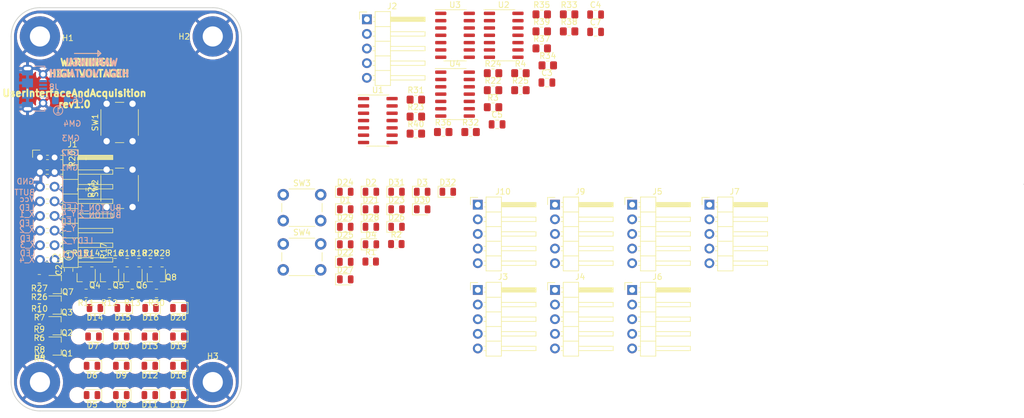
<source format=kicad_pcb>
(kicad_pcb (version 20210623) (generator pcbnew)
  (layers (0 "F.Cu" signal) (31 "B.Cu" signal) (34 "B.Paste" user) (35 "F.Paste" user) (36 "B.SilkS" user "B.Silkscreen") (37 "F.SilkS" user "F.Silkscreen") (38 "B.Mask" user) (39 "F.Mask" user) (44 "Edge.Cuts" user))
  (net 0 "")
  (net 1 "GND")
  (net 2 "+5V")
  (net 3 "Net-(D1-Pad1)")
  (net 4 "Net-(D1-Pad2)")
  (net 5 "Net-(Q2-Pad1)")
  (net 6 "Net-(Q3-Pad1)")
  (net 7 "Net-(Q4-Pad1)")
  (net 8 "Net-(D10-Pad2)")
  (net 9 "Net-(D10-Pad1)")
  (net 10 "Net-(D11-Pad2)")
  (net 11 "Net-(D12-Pad1)")
  (net 12 "Net-(Q5-Pad1)")
  (net 13 "Net-(D11-Pad1)")
  (net 14 "Net-(Q6-Pad1)")
  (net 15 "/UserInterface/BUTTON_2")
  (net 16 "/UserInterface/BUTTON_1")
  (net 17 "/UserInterface/LED_Y_3")
  (net 18 "/UserInterface/LED_Y_2")
  (net 19 "/UserInterface/LED_Y_1")
  (net 20 "/UserInterface/LED_X_3")
  (net 21 "/UserInterface/LED_X_2")
  (net 22 "/UserInterface/LED_X_1")
  (net 23 "Net-(Q4-Pad3)")
  (net 24 "Net-(Q5-Pad3)")
  (net 25 "Net-(Q6-Pad3)")
  (net 26 "Net-(D14-Pad2)")
  (net 27 "Net-(D14-Pad1)")
  (net 28 "Net-(D17-Pad2)")
  (net 29 "/UserInterface/LED_Y_4")
  (net 30 "/UserInterface/LED_X_4")
  (net 31 "Net-(Q8-Pad3)")
  (net 32 "Net-(Q8-Pad1)")
  (net 33 "/UserInterface/BUTTON_VCC")
  (net 34 "Net-(D2-Pad2)")
  (net 35 "Net-(D17-Pad1)")
  (net 36 "Net-(D21-Pad2)")
  (net 37 "Net-(D25-Pad2)")
  (net 38 "Net-(D22-Pad2)")
  (net 39 "Net-(D13-Pad1)")
  (net 40 "Net-(D15-Pad1)")
  (net 41 "Net-(D16-Pad1)")
  (net 42 "Net-(D18-Pad1)")
  (net 43 "Net-(D19-Pad1)")
  (net 44 "Net-(D20-Pad1)")
  (net 45 "Net-(D21-Pad1)")
  (net 46 "Net-(D25-Pad1)")
  (net 47 "Net-(D29-Pad1)")
  (net 48 "Net-(Q1-Pad1)")
  (net 49 "Net-(Q7-Pad1)")
  (net 50 "/UserInterface/BUTTON_3")
  (net 51 "/UserInterface/BUTTON_4")
  (net 52 "VCC")
  (net 53 "/Acquisition/GM_1_1")
  (net 54 "/Acquisition/GM_1_2")
  (net 55 "/Acquisition/GM_1_3")
  (net 56 "/Acquisition/GM_1_4")
  (net 57 "/Acquisition/OUT_1_1")
  (net 58 "/Acquisition/OUT_1_2")
  (net 59 "/Acquisition/OUT_1_3")
  (net 60 "/Acquisition/OUT_1_4")
  (net 61 "/Acquisition/OUT_2_1")
  (net 62 "/Acquisition/OUT_2_2")
  (net 63 "/Acquisition/OUT_2_3")
  (net 64 "/Acquisition/OUT_2_4")
  (net 65 "/Acquisition/GM_2_1")
  (net 66 "/Acquisition/GM_2_2")
  (net 67 "/Acquisition/GM_2_3")
  (net 68 "/Acquisition/GM_2_4")
  (net 69 "/Acquisition/OUT_3_1")
  (net 70 "/Acquisition/OUT_3_2")
  (net 71 "/Acquisition/OUT_3_3")
  (net 72 "/Acquisition/OUT_3_4")
  (net 73 "/Acquisition/GM_3_1")
  (net 74 "/Acquisition/GM_3_2")
  (net 75 "/Acquisition/GM_3_3")
  (net 76 "/Acquisition/GM_3_4")
  (net 77 "/Acquisition/OUT_4_1")
  (net 78 "/Acquisition/OUT_4_2")
  (net 79 "/Acquisition/OUT_4_3")
  (net 80 "/Acquisition/OUT_4_4")
  (net 81 "/Acquisition/GM_4_1")
  (net 82 "/Acquisition/GM_4_2")
  (net 83 "/Acquisition/GM_4_3")
  (net 84 "/Acquisition/GM_4_4")
  (footprint "MountingHole:MountingHole_3.5mm_Pad" (layer "F.Cu") (at 25 25)
    (fp_text reference "H1" (at 4.845 0.273) (layer "F.SilkS"))
    (fp_text value "MountingHole_Pad")
    (pad "1" thru_hole circle locked (at 0 0) (size 7 7) (drill 3.5) (layers *.Cu *.Mask) (net 1 "GND"))
  )
  (footprint "MountingHole:MountingHole_3.5mm_Pad" (layer "F.Cu") (at 55 25)
    (fp_text reference "H2" (at -4.962 0.019) (layer "F.SilkS"))
    (fp_text value "MountingHole_Pad")
    (pad "1" thru_hole circle locked (at 0 0) (size 7 7) (drill 3.5) (layers *.Cu *.Mask) (net 1 "GND"))
  )
  (footprint "MountingHole:MountingHole_3.5mm_Pad" (layer "F.Cu") (at 55 85)
    (fp_text reference "H3" (at 0 -4.5) (layer "F.SilkS"))
    (fp_text value "MountingHole_Pad")
    (pad "1" thru_hole circle locked (at 0 0) (size 7 7) (drill 3.5) (layers *.Cu *.Mask) (net 1 "GND"))
  )
  (footprint "MountingHole:MountingHole_3.5mm_Pad" (layer "F.Cu") (at 25 85)
    (fp_text reference "H4" (at 0 -4.5) (layer "F.SilkS"))
    (fp_text value "MountingHole_Pad")
    (pad "1" thru_hole circle locked (at 0 0) (size 7 7) (drill 3.5) (layers *.Cu *.Mask) (net 1 "GND"))
  )
  (footprint "LED_SMD:LED_0805_2012Metric" (layer "F.Cu") (at 34.036 87.249 180)
    (fp_text reference "D5" (at 0 -1.65 180) (layer "F.SilkS"))
    (fp_text value "LED")
    (pad "1" smd roundrect locked (at -0.9375 0 180) (size 0.975 1.4) (layers "F.Cu" "F.Paste" "F.Mask") (net 4 "Net-(D1-Pad2)"))
    (pad "2" smd roundrect locked (at 0.9375 0 180) (size 0.975 1.4) (layers "F.Cu" "F.Paste" "F.Mask") (net 26 "Net-(D14-Pad2)"))
  )
  (footprint "LED_SMD:LED_0805_2012Metric" (layer "F.Cu") (at 34.036 82.169 180)
    (fp_text reference "D6" (at 0 -1.65 180) (layer "F.SilkS"))
    (fp_text value "LED")
    (pad "1" smd roundrect locked (at -0.9375 0 180) (size 0.975 1.4) (layers "F.Cu" "F.Paste" "F.Mask") (net 36 "Net-(D21-Pad2)"))
    (pad "2" smd roundrect locked (at 0.9375 0 180) (size 0.975 1.4) (layers "F.Cu" "F.Paste" "F.Mask") (net 26 "Net-(D14-Pad2)"))
  )
  (footprint "LED_SMD:LED_0805_2012Metric" (layer "F.Cu") (at 34.29 77.089 180)
    (fp_text reference "D7" (at 0 -1.65 180) (layer "F.SilkS"))
    (fp_text value "LED")
    (pad "1" smd roundrect locked (at -0.9375 0 180) (size 0.975 1.4) (layers "F.Cu" "F.Paste" "F.Mask") (net 37 "Net-(D25-Pad2)"))
    (pad "2" smd roundrect locked (at 0.9375 0 180) (size 0.975 1.4) (layers "F.Cu" "F.Paste" "F.Mask") (net 26 "Net-(D14-Pad2)"))
  )
  (footprint "LED_SMD:LED_0805_2012Metric" (layer "F.Cu") (at 39.116 77.089 180)
    (fp_text reference "D10" (at 0 -1.65 180) (layer "F.SilkS"))
    (fp_text value "LED")
    (pad "1" smd roundrect locked (at -0.9375 0 180) (size 0.975 1.4) (layers "F.Cu" "F.Paste" "F.Mask") (net 9 "Net-(D10-Pad1)"))
    (pad "2" smd roundrect locked (at 0.9375 0 180) (size 0.975 1.4) (layers "F.Cu" "F.Paste" "F.Mask") (net 8 "Net-(D10-Pad2)"))
  )
  (footprint "LED_SMD:LED_0805_2012Metric" (layer "F.Cu") (at 39.116 87.249 180)
    (fp_text reference "D8" (at 0 -1.65 180) (layer "F.SilkS"))
    (fp_text value "LED")
    (pad "1" smd roundrect locked (at -0.9375 0 180) (size 0.975 1.4) (layers "F.Cu" "F.Paste" "F.Mask") (net 34 "Net-(D2-Pad2)"))
    (pad "2" smd roundrect locked (at 0.9375 0 180) (size 0.975 1.4) (layers "F.Cu" "F.Paste" "F.Mask") (net 8 "Net-(D10-Pad2)"))
  )
  (footprint "LED_SMD:LED_0805_2012Metric" (layer "F.Cu") (at 39.116 82.169 180)
    (fp_text reference "D9" (at 0 -1.65 180) (layer "F.SilkS"))
    (fp_text value "LED")
    (pad "1" smd roundrect locked (at -0.9375 0 180) (size 0.975 1.4) (layers "F.Cu" "F.Paste" "F.Mask") (net 38 "Net-(D22-Pad2)"))
    (pad "2" smd roundrect locked (at 0.9375 0 180) (size 0.975 1.4) (layers "F.Cu" "F.Paste" "F.Mask") (net 8 "Net-(D10-Pad2)"))
  )
  (footprint "LED_SMD:LED_0805_2012Metric" (layer "F.Cu") (at 44.069 82.169 180)
    (fp_text reference "D12" (at 0 -1.65 180) (layer "F.SilkS"))
    (fp_text value "LED")
    (pad "1" smd roundrect locked (at -0.9375 0 180) (size 0.975 1.4) (layers "F.Cu" "F.Paste" "F.Mask") (net 11 "Net-(D12-Pad1)"))
    (pad "2" smd roundrect locked (at 0.9375 0 180) (size 0.975 1.4) (layers "F.Cu" "F.Paste" "F.Mask") (net 10 "Net-(D11-Pad2)"))
  )
  (footprint "LED_SMD:LED_0805_2012Metric" (layer "F.Cu") (at 44.069 77.089 180)
    (fp_text reference "D13" (at 0 -1.65 180) (layer "F.SilkS"))
    (fp_text value "LED")
    (pad "1" smd roundrect locked (at -0.9375 0 180) (size 0.975 1.4) (layers "F.Cu" "F.Paste" "F.Mask") (net 39 "Net-(D13-Pad1)"))
    (pad "2" smd roundrect locked (at 0.9375 0 180) (size 0.975 1.4) (layers "F.Cu" "F.Paste" "F.Mask") (net 10 "Net-(D11-Pad2)"))
  )
  (footprint "Package_TO_SOT_SMD:SOT-23" (layer "F.Cu") (at 33.02 66.818 -90)
    (fp_text reference "Q4" (at 1.381 -1.524 180) (layer "F.SilkS"))
    (fp_text value "BC859")
    (pad "1" smd rect locked (at -1 -0.95 270) (size 0.9 0.8) (layers "F.Cu" "F.Paste" "F.Mask") (net 7 "Net-(Q4-Pad1)"))
    (pad "2" smd rect locked (at -1 0.95 270) (size 0.9 0.8) (layers "F.Cu" "F.Paste" "F.Mask") (net 2 "+5V"))
    (pad "3" smd rect locked (at 1 0 270) (size 0.9 0.8) (layers "F.Cu" "F.Paste" "F.Mask") (net 23 "Net-(Q4-Pad3)"))
  )
  (footprint "Package_TO_SOT_SMD:SOT-23" (layer "F.Cu") (at 37.084 66.818 -90)
    (fp_text reference "Q5" (at 1.381 -1.524 180) (layer "F.SilkS"))
    (fp_text value "BC859")
    (pad "1" smd rect locked (at -1 -0.95 270) (size 0.9 0.8) (layers "F.Cu" "F.Paste" "F.Mask") (net 12 "Net-(Q5-Pad1)"))
    (pad "2" smd rect locked (at -1 0.95 270) (size 0.9 0.8) (layers "F.Cu" "F.Paste" "F.Mask") (net 2 "+5V"))
    (pad "3" smd rect locked (at 1 0 270) (size 0.9 0.8) (layers "F.Cu" "F.Paste" "F.Mask") (net 24 "Net-(Q5-Pad3)"))
  )
  (footprint "Package_TO_SOT_SMD:SOT-23" (layer "F.Cu") (at 41.148 66.818 -90)
    (fp_text reference "Q6" (at 1.381 -1.524 180) (layer "F.SilkS"))
    (fp_text value "BC859")
    (pad "1" smd rect locked (at -1 -0.95 270) (size 0.9 0.8) (layers "F.Cu" "F.Paste" "F.Mask") (net 14 "Net-(Q6-Pad1)"))
    (pad "2" smd rect locked (at -1 0.95 270) (size 0.9 0.8) (layers "F.Cu" "F.Paste" "F.Mask") (net 2 "+5V"))
    (pad "3" smd rect locked (at 1 0 270) (size 0.9 0.8) (layers "F.Cu" "F.Paste" "F.Mask") (net 25 "Net-(Q6-Pad3)"))
  )
  (footprint "Resistor_SMD:R_0805_2012Metric" (layer "F.Cu") (at 34.013 64.262)
    (fp_text reference "R14" (at 0 -1.65) (layer "F.SilkS"))
    (fp_text value "10k")
    (pad "1" smd roundrect locked (at -0.9125 0) (size 1.025 1.4) (layers "F.Cu" "F.Paste" "F.Mask") (roundrect_rratio 0.243902) (net 7 "Net-(Q4-Pad1)"))
    (pad "2" smd roundrect locked (at 0.9125 0) (size 1.025 1.4) (layers "F.Cu" "F.Paste" "F.Mask") (roundrect_rratio 0.243902) (net 19 "/UserInterface/LED_Y_1"))
  )
  (footprint "Resistor_SMD:R_0805_2012Metric" (layer "F.Cu") (at 32.004 64.262)
    (fp_text reference "R15" (at 0 -1.65) (layer "F.SilkS"))
    (fp_text value "10k")
    (pad "1" smd roundrect locked (at -0.9125 0) (size 1.025 1.4) (layers "F.Cu" "F.Paste" "F.Mask") (roundrect_rratio 0.243902) (net 2 "+5V"))
    (pad "2" smd roundrect locked (at 0.9125 0) (size 1.025 1.4) (layers "F.Cu" "F.Paste" "F.Mask") (roundrect_rratio 0.243902) (net 7 "Net-(Q4-Pad1)"))
  )
  (footprint "Resistor_SMD:R_0805_2012Metric" (layer "F.Cu") (at 38.054 64.262)
    (fp_text reference "R16" (at 0 -1.65) (layer "F.SilkS"))
    (fp_text value "10k")
    (pad "1" smd roundrect locked (at -0.9125 0) (size 1.025 1.4) (layers "F.Cu" "F.Paste" "F.Mask") (roundrect_rratio 0.243902) (net 12 "Net-(Q5-Pad1)"))
    (pad "2" smd roundrect locked (at 0.9125 0) (size 1.025 1.4) (layers "F.Cu" "F.Paste" "F.Mask") (roundrect_rratio 0.243902) (net 18 "/UserInterface/LED_Y_2"))
  )
  (footprint "Resistor_SMD:R_0402_1005Metric" (layer "F.Cu") (at 36.068 64.262)
    (fp_text reference "R17" (at 0 -2.032 90) (layer "F.SilkS"))
    (fp_text value "10k")
    (pad "1" smd roundrect locked (at -0.485 0) (size 0.59 0.64) (layers "F.Cu" "F.Paste" "F.Mask") (net 2 "+5V"))
    (pad "2" smd roundrect locked (at 0.485 0) (size 0.59 0.64) (layers "F.Cu" "F.Paste" "F.Mask") (net 12 "Net-(Q5-Pad1)"))
  )
  (footprint "Resistor_SMD:R_0805_2012Metric" (layer "F.Cu") (at 42.164 64.262)
    (fp_text reference "R18" (at 0 -1.65) (layer "F.SilkS"))
    (fp_text value "10k")
    (pad "1" smd roundrect locked (at -0.9125 0) (size 1.025 1.4) (layers "F.Cu" "F.Paste" "F.Mask") (roundrect_rratio 0.243902) (net 14 "Net-(Q6-Pad1)"))
    (pad "2" smd roundrect locked (at 0.9125 0) (size 1.025 1.4) (layers "F.Cu" "F.Paste" "F.Mask") (roundrect_rratio 0.243902) (net 17 "/UserInterface/LED_Y_3"))
  )
  (footprint "Resistor_SMD:R_0805_2012Metric" (layer "F.Cu") (at 40.132 64.262)
    (fp_text reference "R19" (at 0 -1.65) (layer "F.SilkS"))
    (fp_text value "10k")
    (pad "1" smd roundrect locked (at -0.9125 0) (size 1.025 1.4) (layers "F.Cu" "F.Paste" "F.Mask") (roundrect_rratio 0.243902) (net 2 "+5V"))
    (pad "2" smd roundrect locked (at 0.9125 0) (size 1.025 1.4) (layers "F.Cu" "F.Paste" "F.Mask") (roundrect_rratio 0.243902) (net 14 "Net-(Q6-Pad1)"))
  )
  (footprint "LED_SMD:LED_0805_2012Metric" (layer "F.Cu") (at 44.069 87.249 180)
    (fp_text reference "D11" (at 0 -1.65 180) (layer "F.SilkS"))
    (fp_text value "LED")
    (pad "1" smd roundrect locked (at -0.9375 0 180) (size 0.975 1.4) (layers "F.Cu" "F.Paste" "F.Mask") (net 13 "Net-(D11-Pad1)"))
    (pad "2" smd roundrect locked (at 0.9375 0 180) (size 0.975 1.4) (layers "F.Cu" "F.Paste" "F.Mask") (net 10 "Net-(D11-Pad2)"))
  )
  (footprint "Button_Switch_THT:SW_PUSH_6mm" (layer "F.Cu") (at 36.576 43.18 90)
    (fp_text reference "SW1" (at 3.25 -2 90) (layer "F.SilkS"))
    (fp_text value "SW_Push")
    (pad "1" thru_hole circle locked (at 0 0 180) (size 2 2) (drill 1.1) (layers *.Cu *.Mask) (net 16 "/UserInterface/BUTTON_1"))
    (pad "1" thru_hole circle locked (at 6.5 0 180) (size 2 2) (drill 1.1) (layers *.Cu *.Mask) (net 16 "/UserInterface/BUTTON_1"))
    (pad "2" thru_hole circle locked (at 0 4.5 180) (size 2 2) (drill 1.1) (layers *.Cu *.Mask) (net 33 "/UserInterface/BUTTON_VCC"))
    (pad "2" thru_hole circle locked (at 6.5 4.5 180) (size 2 2) (drill 1.1) (layers *.Cu *.Mask) (net 33 "/UserInterface/BUTTON_VCC"))
  )
  (footprint "LED_SMD:LED_0805_2012Metric" (layer "F.Cu") (at 39.37 72.136 180)
    (fp_text reference "D15" (at 0 -1.65 180) (layer "F.SilkS"))
    (fp_text value "LED")
    (pad "1" smd roundrect locked (at -0.9375 0 180) (size 0.975 1.4) (layers "F.Cu" "F.Paste" "F.Mask") (net 40 "Net-(D15-Pad1)"))
    (pad "2" smd roundrect locked (at 0.9375 0 180) (size 0.975 1.4) (layers "F.Cu" "F.Paste" "F.Mask") (net 8 "Net-(D10-Pad2)"))
  )
  (footprint "LED_SMD:LED_0805_2012Metric" (layer "F.Cu") (at 44.196 72.136 180)
    (fp_text reference "D16" (at 0 -1.65 180) (layer "F.SilkS"))
    (fp_text value "LED")
    (pad "1" smd roundrect locked (at -0.9375 0 180) (size 0.975 1.4) (layers "F.Cu" "F.Paste" "F.Mask") (net 41 "Net-(D16-Pad1)"))
    (pad "2" smd roundrect locked (at 0.9375 0 180) (size 0.975 1.4) (layers "F.Cu" "F.Paste" "F.Mask") (net 10 "Net-(D11-Pad2)"))
  )
  (footprint "LED_SMD:LED_0805_2012Metric" (layer "F.Cu") (at 49.022 87.249 180)
    (fp_text reference "D17" (at 0 -1.65 180) (layer "F.SilkS"))
    (fp_text value "LED")
    (pad "1" smd roundrect locked (at -0.9375 0 180) (size 0.975 1.4) (layers "F.Cu" "F.Paste" "F.Mask") (net 35 "Net-(D17-Pad1)"))
    (pad "2" smd roundrect locked (at 0.9375 0 180) (size 0.975 1.4) (layers "F.Cu" "F.Paste" "F.Mask") (net 28 "Net-(D17-Pad2)"))
  )
  (footprint "LED_SMD:LED_0805_2012Metric" (layer "F.Cu") (at 49.022 82.169 180)
    (fp_text reference "D18" (at 0 -1.65 180) (layer "F.SilkS"))
    (fp_text value "LED")
    (pad "1" smd roundrect locked (at -0.9375 0 180) (size 0.975 1.4) (layers "F.Cu" "F.Paste" "F.Mask") (net 42 "Net-(D18-Pad1)"))
    (pad "2" smd roundrect locked (at 0.9375 0 180) (size 0.975 1.4) (layers "F.Cu" "F.Paste" "F.Mask") (net 28 "Net-(D17-Pad2)"))
  )
  (footprint "LED_SMD:LED_0805_2012Metric" (layer "F.Cu") (at 49.022 77.089 180)
    (fp_text reference "D19" (at 0 -1.65 180) (layer "F.SilkS"))
    (fp_text value "LED")
    (pad "1" smd roundrect locked (at -0.9375 0 180) (size 0.975 1.4) (layers "F.Cu" "F.Paste" "F.Mask") (net 43 "Net-(D19-Pad1)"))
    (pad "2" smd roundrect locked (at 0.9375 0 180) (size 0.975 1.4) (layers "F.Cu" "F.Paste" "F.Mask") (net 28 "Net-(D17-Pad2)"))
  )
  (footprint "Package_TO_SOT_SMD:SOT-23" (layer "F.Cu") (at 27.956 68.072)
    (fp_text reference "Q7" (at 1.889 1.27) (layer "F.SilkS"))
    (fp_text value "BC848")
    (pad "1" smd rect locked (at -1 -0.95) (size 0.9 0.8) (layers "F.Cu" "F.Paste" "F.Mask") (net 49 "Net-(Q7-Pad1)"))
    (pad "2" smd rect locked (at -1 0.95) (size 0.9 0.8) (layers "F.Cu" "F.Paste" "F.Mask") (net 1 "GND"))
    (pad "3" smd rect locked (at 1 0) (size 0.9 0.8) (layers "F.Cu" "F.Paste" "F.Mask") (net 47 "Net-(D29-Pad1)"))
  )
  (footprint "Package_TO_SOT_SMD:SOT-23" (layer "F.Cu") (at 45.212 66.818 -90)
    (fp_text reference "Q8" (at -0.016 -2.54 180) (layer "F.SilkS"))
    (fp_text value "BC859")
    (pad "1" smd rect locked (at -1 -0.95 270) (size 0.9 0.8) (layers "F.Cu" "F.Paste" "F.Mask") (net 32 "Net-(Q8-Pad1)"))
    (pad "2" smd rect locked (at -1 0.95 270) (size 0.9 0.8) (layers "F.Cu" "F.Paste" "F.Mask") (net 2 "+5V"))
    (pad "3" smd rect locked (at 1 0 270) (size 0.9 0.8) (layers "F.Cu" "F.Paste" "F.Mask") (net 31 "Net-(Q8-Pad3)"))
  )
  (footprint "Resistor_SMD:R_0805_2012Metric" (layer "F.Cu") (at 24.892 68.58 180)
    (fp_text reference "R26" (at 0 -1.65 180) (layer "F.SilkS"))
    (fp_text value "10k")
    (pad "1" smd roundrect locked (at -0.9125 0 180) (size 1.025 1.4) (layers "F.Cu" "F.Paste" "F.Mask") (roundrect_rratio 0.243902) (net 1 "GND"))
    (pad "2" smd roundrect locked (at 0.9125 0 180) (size 1.025 1.4) (layers "F.Cu" "F.Paste" "F.Mask") (roundrect_rratio 0.243902) (net 49 "Net-(Q7-Pad1)"))
  )
  (footprint "Resistor_SMD:R_0805_2012Metric" (layer "F.Cu") (at 24.892 67.056 180)
    (fp_text reference "R27" (at 0 -1.65 180) (layer "F.SilkS"))
    (fp_text value "10k")
    (pad "1" smd roundrect locked (at -0.9125 0 180) (size 1.025 1.4) (layers "F.Cu" "F.Paste" "F.Mask") (roundrect_rratio 0.243902) (net 49 "Net-(Q7-Pad1)"))
    (pad "2" smd roundrect locked (at 0.9125 0 180) (size 1.025 1.4) (layers "F.Cu" "F.Paste" "F.Mask") (roundrect_rratio 0.243902) (net 30 "/UserInterface/LED_X_4"))
  )
  (footprint "Resistor_SMD:R_0805_2012Metric" (layer "F.Cu") (at 46.205 64.262)
    (fp_text reference "R28" (at 0 -1.65) (layer "F.SilkS"))
    (fp_text value "10k")
    (pad "1" smd roundrect locked (at -0.9125 0) (size 1.025 1.4) (layers "F.Cu" "F.Paste" "F.Mask") (roundrect_rratio 0.243902) (net 32 "Net-(Q8-Pad1)"))
    (pad "2" smd roundrect locked (at 0.9125 0) (size 1.025 1.4) (layers "F.Cu" "F.Paste" "F.Mask") (roundrect_rratio 0.243902) (net 29 "/UserInterface/LED_Y_4"))
  )
  (footprint "Resistor_SMD:R_0805_2012Metric" (layer "F.Cu") (at 44.173 64.262)
    (fp_text reference "R29" (at 0 -1.65) (layer "F.SilkS"))
    (fp_text value "10k")
    (pad "1" smd roundrect locked (at -0.9125 0) (size 1.025 1.4) (layers "F.Cu" "F.Paste" "F.Mask") (roundrect_rratio 0.243902) (net 2 "+5V"))
    (pad "2" smd roundrect locked (at 0.9125 0) (size 1.025 1.4) (layers "F.Cu" "F.Paste" "F.Mask") (roundrect_rratio 0.243902) (net 32 "Net-(Q8-Pad1)"))
  )
  (footprint "Resistor_SMD:R_0805_2012Metric" (layer "F.Cu") (at 45.221 69.596 180)
    (fp_text reference "R30" (at 0 -1.65 180) (layer "F.SilkS"))
    (fp_text value "1k")
    (pad "1" smd roundrect locked (at -0.9125 0 180) (size 1.025 1.4) (layers "F.Cu" "F.Paste" "F.Mask") (roundrect_rratio 0.243902) (net 31 "Net-(Q8-Pad3)"))
    (pad "2" smd roundrect locked (at 0.9125 0 180) (size 1.025 1.4) (layers "F.Cu" "F.Paste" "F.Mask") (roundrect_rratio 0.243902) (net 28 "Net-(D17-Pad2)"))
  )
  (footprint "Resistor_SMD:R_0805_2012Metric" (layer "F.Cu") (at 32.258 51.571 -90)
    (fp_text reference "R21" (at 0 -1.65 -90) (layer "F.SilkS"))
    (fp_text value "10k")
    (pad "1" smd roundrect locked (at -0.9125 0 270) (size 1.025 1.4) (layers "F.Cu" "F.Paste" "F.Mask") (roundrect_rratio 0.243902) (net 15 "/UserInterface/BUTTON_2"))
    (pad "2" smd roundrect locked (at 0.9125 0 270) (size 1.025 1.4) (layers "F.Cu" "F.Paste" "F.Mask") (roundrect_rratio 0.243902) (net 1 "GND"))
  )
  (footprint "Resistor_SMD:R_0805_2012Metric" (layer "F.Cu") (at 32.258 46.219 90)
    (fp_text reference "R20" (at 0 -1.65 90) (layer "F.SilkS"))
    (fp_text value "10k")
    (pad "1" smd roundrect locked (at -0.9125 0 90) (size 1.025 1.4) (layers "F.Cu" "F.Paste" "F.Mask") (roundrect_rratio 0.243902) (net 16 "/UserInterface/BUTTON_1"))
    (pad "2" smd roundrect locked (at 0.9125 0 90) (size 1.025 1.4) (layers "F.Cu" "F.Paste" "F.Mask") (roundrect_rratio 0.243902) (net 1 "GND"))
  )
  (footprint "LED_SMD:LED_0805_2012Metric" (layer "F.Cu") (at 49.022 72.136 180)
    (fp_text reference "D20" (at 0 -1.65 180) (layer "F.SilkS"))
    (fp_text value "LED")
    (pad "1" smd roundrect locked (at -0.9375 0 180) (size 0.975 1.4) (layers "F.Cu" "F.Paste" "F.Mask") (net 44 "Net-(D20-Pad1)"))
    (pad "2" smd roundrect locked (at 0.9375 0 180) (size 0.975 1.4) (layers "F.Cu" "F.Paste" "F.Mask") (net 28 "Net-(D17-Pad2)"))
  )
  (footprint "Resistor_SMD:R_0805_2012Metric" (layer "F.Cu") (at 33.011 69.596 180)
    (fp_text reference "R11" (at 0 -1.65 180) (layer "F.SilkS"))
    (fp_text value "1k")
    (pad "1" smd roundrect locked (at -0.9125 0 180) (size 1.025 1.4) (layers "F.Cu" "F.Paste" "F.Mask") (roundrect_rratio 0.243902) (net 23 "Net-(Q4-Pad3)"))
    (pad "2" smd roundrect locked (at 0.9125 0 180) (size 1.025 1.4) (layers "F.Cu" "F.Paste" "F.Mask") (roundrect_rratio 0.243902) (net 26 "Net-(D14-Pad2)"))
  )
  (footprint "Resistor_SMD:R_0805_2012Metric" (layer "F.Cu") (at 37.075 69.596 180)
    (fp_text reference "R12" (at 0 -1.65 180) (layer "F.SilkS"))
    (fp_text value "1k")
    (pad "1" smd roundrect locked (at -0.9125 0 180) (size 1.025 1.4) (layers "F.Cu" "F.Paste" "F.Mask") (roundrect_rratio 0.243902) (net 24 "Net-(Q5-Pad3)"))
    (pad "2" smd roundrect locked (at 0.9125 0 180) (size 1.025 1.4) (layers "F.Cu" "F.Paste" "F.Mask") (roundrect_rratio 0.243902) (net 8 "Net-(D10-Pad2)"))
  )
  (footprint "Resistor_SMD:R_0805_2012Metric" (layer "F.Cu") (at 41.03 69.596 180)
    (fp_text reference "R13" (at 0 -1.65 180) (layer "F.SilkS"))
    (fp_text value "1k")
    (pad "1" smd roundrect locked (at -0.9125 0 180) (size 1.025 1.4) (layers "F.Cu" "F.Paste" "F.Mask") (roundrect_rratio 0.243902) (net 25 "Net-(Q6-Pad3)"))
    (pad "2" smd roundrect locked (at 0.9125 0 180) (size 1.025 1.4) (layers "F.Cu" "F.Paste" "F.Mask") (roundrect_rratio 0.243902) (net 10 "Net-(D11-Pad2)"))
  )
  (footprint "Package_TO_SOT_SMD:SOT-23" (layer "F.Cu") (at 27.94 78.74)
    (fp_text reference "Q1" (at 1.778 1.27) (layer "F.SilkS"))
    (fp_text value "BC848")
    (pad "1" smd rect locked (at -1 -0.95) (size 0.9 0.8) (layers "F.Cu" "F.Paste" "F.Mask") (net 48 "Net-(Q1-Pad1)"))
    (pad "2" smd rect locked (at -1 0.95) (size 0.9 0.8) (layers "F.Cu" "F.Paste" "F.Mask") (net 1 "GND"))
    (pad "3" smd rect locked (at 1 0) (size 0.9 0.8) (layers "F.Cu" "F.Paste" "F.Mask") (net 3 "Net-(D1-Pad1)"))
  )
  (footprint "Package_TO_SOT_SMD:SOT-23" (layer "F.Cu") (at 27.924 75.218)
    (fp_text reference "Q2" (at 1.794 1.236) (layer "F.SilkS"))
    (fp_text value "BC848")
    (pad "1" smd rect locked (at -1 -0.95) (size 0.9 0.8) (layers "F.Cu" "F.Paste" "F.Mask") (net 5 "Net-(Q2-Pad1)"))
    (pad "2" smd rect locked (at -1 0.95) (size 0.9 0.8) (layers "F.Cu" "F.Paste" "F.Mask") (net 1 "GND"))
    (pad "3" smd rect locked (at 1 0) (size 0.9 0.8) (layers "F.Cu" "F.Paste" "F.Mask") (net 45 "Net-(D21-Pad1)"))
  )
  (footprint "Resistor_SMD:R_0805_2012Metric" (layer "F.Cu") (at 24.915 70.612 180)
    (fp_text reference "R10" (at 0 -1.65 180) (layer "F.SilkS"))
    (fp_text value "10k")
    (pad "1" smd roundrect locked (at -0.9125 0 180) (size 1.025 1.4) (layers "F.Cu" "F.Paste" "F.Mask") (roundrect_rratio 0.243902) (net 6 "Net-(Q3-Pad1)"))
    (pad "2" smd roundrect locked (at 0.9125 0 180) (size 1.025 1.4) (layers "F.Cu" "F.Paste" "F.Mask") (roundrect_rratio 0.243902) (net 20 "/UserInterface/LED_X_3"))
  )
  (footprint "Package_TO_SOT_SMD:SOT-23" (layer "F.Cu") (at 27.94 71.628)
    (fp_text reference "Q3" (at 1.778 1.27) (layer "F.SilkS"))
    (fp_text value "BC848")
    (pad "1" smd rect locked (at -1 -0.95) (size 0.9 0.8) (layers "F.Cu" "F.Paste" "F.Mask") (net 6 "Net-(Q3-Pad1)"))
    (pad "2" smd rect locked (at -1 0.95) (size 0.9 0.8) (layers "F.Cu" "F.Paste" "F.Mask") (net 1 "GND"))
    (pad "3" smd rect locked (at 1 0) (size 0.9 0.8) (layers "F.Cu" "F.Paste" "F.Mask") (net 46 "Net-(D25-Pad1)"))
  )
  (footprint "Resistor_SMD:R_0805_2012Metric" (layer "F.Cu") (at 24.915 79.248 180)
    (fp_text reference "R5" (at 0 -1.65 180) (layer "F.SilkS"))
    (fp_text value "10k")
    (pad "1" smd roundrect locked (at -0.9125 0 180) (size 1.025 1.4) (layers "F.Cu" "F.Paste" "F.Mask") (roundrect_rratio 0.243902) (net 1 "GND"))
    (pad "2" smd roundrect locked (at 0.9125 0 180) (size 1.025 1.4) (layers "F.Cu" "F.Paste" "F.Mask") (roundrect_rratio 0.243902) (net 48 "Net-(Q1-Pad1)"))
  )
  (footprint "Resistor_SMD:R_0805_2012Metric" (layer "F.Cu") (at 24.892 75.692 180)
    (fp_text reference "R6" (at 0 -1.65 180) (layer "F.SilkS"))
    (fp_text value "10k")
    (pad "1" smd roundrect locked (at -0.9125 0 180) (size 1.025 1.4) (layers "F.Cu" "F.Paste" "F.Mask") (roundrect_rratio 0.243902) (net 1 "GND"))
    (pad "2" smd roundrect locked (at 0.9125 0 180) (size 1.025 1.4) (layers "F.Cu" "F.Paste" "F.Mask") (roundrect_rratio 0.243902) (net 5 "Net-(Q2-Pad1)"))
  )
  (footprint "Resistor_SMD:R_0805_2012Metric" (layer "F.Cu") (at 24.915 72.136 180)
    (fp_text reference "R7" (at 0 -1.65 180) (layer "F.SilkS"))
    (fp_text value "10k")
    (pad "1" smd roundrect locked (at -0.9125 0 180) (size 1.025 1.4) (layers "F.Cu" "F.Paste" "F.Mask") (roundrect_rratio 0.243902) (net 1 "GND"))
    (pad "2" smd roundrect locked (at 0.9125 0 180) (size 1.025 1.4) (layers "F.Cu" "F.Paste" "F.Mask") (roundrect_rratio 0.243902) (net 6 "Net-(Q3-Pad1)"))
  )
  (footprint "Resistor_SMD:R_0805_2012Metric" (layer "F.Cu") (at 24.915 77.724 180)
    (fp_text reference "R8" (at 0 -1.65 180) (layer "F.SilkS"))
    (fp_text value "10k")
    (pad "1" smd roundrect locked (at -0.9125 0 180) (size 1.025 1.4) (layers "F.Cu" "F.Paste" "F.Mask") (roundrect_rratio 0.243902) (net 48 "Net-(Q1-Pad1)"))
    (pad "2" smd roundrect locked (at 0.9125 0 180) (size 1.025 1.4) (layers "F.Cu" "F.Paste" "F.Mask") (roundrect_rratio 0.243902) (net 22 "/UserInterface/LED_X_1"))
  )
  (footprint "Resistor_SMD:R_0805_2012Metric" (layer "F.Cu") (at 24.869 74.168 180)
    (fp_text reference "R9" (at 0 -1.65 180) (layer "F.SilkS"))
    (fp_text value "10k")
    (pad "1" smd roundrect locked (at -0.9125 0 180) (size 1.025 1.4) (layers "F.Cu" "F.Paste" "F.Mask") (roundrect_rratio 0.243902) (net 5 "Net-(Q2-Pad1)"))
    (pad "2" smd roundrect locked (at 0.9125 0 180) (size 1.025 1.4) (layers "F.Cu" "F.Paste" "F.Mask") (roundrect_rratio 0.243902) (net 21 "/UserInterface/LED_X_2"))
  )
  (footprint "Capacitor_SMD:C_0805_2012Metric" (layer "F.Cu") (at 29.972 65.541 90)
    (fp_text reference "C2" (at 0 -1.68 90) (layer "F.SilkS"))
    (fp_text value "100n")
    (pad "1" smd roundrect locked (at -0.95 0 90) (size 1 1.45) (layers "F.Cu" "F.Paste" "F.Mask") (net 2 "+5V"))
    (pad "2" smd roundrect locked (at 0.95 0 90) (size 1 1.45) (layers "F.Cu" "F.Paste" "F.Mask") (net 1 "GND"))
  )
  (footprint "LED_SMD:LED_0805_2012Metric" (layer "F.Cu") (at 34.544 72.136 180)
    (fp_text reference "D14" (at 0 -1.65 180) (layer "F.SilkS"))
    (fp_text value "LED")
    (pad "1" smd roundrect locked (at -0.9375 0 180) (size 0.975 1.4) (layers "F.Cu" "F.Paste" "F.Mask") (net 27 "Net-(D14-Pad1)"))
    (pad "2" smd roundrect locked (at 0.9375 0 180) (size 0.975 1.4) (layers "F.Cu" "F.Paste" "F.Mask") (net 26 "Net-(D14-Pad2)"))
  )
  (footprint "Button_Switch_THT:SW_PUSH_6mm" (layer "F.Cu") (at 36.576 54.61 90)
    (fp_text reference "SW2" (at 3.25 -2 90) (layer "F.SilkS"))
    (fp_text value "SW_Push")
    (pad "1" thru_hole circle locked (at 6.5 0 180) (size 2 2) (drill 1.1) (layers *.Cu *.Mask) (net 15 "/UserInterface/BUTTON_2"))
    (pad "1" thru_hole circle locked (at 0 0 180) (size 2 2) (drill 1.1) (layers *.Cu *.Mask) (net 15 "/UserInterface/BUTTON_2"))
    (pad "2" thru_hole circle locked (at 6.5 4.5 180) (size 2 2) (drill 1.1) (layers *.Cu *.Mask) (net 33 "/UserInterface/BUTTON_VCC"))
    (pad "2" thru_hole circle locked (at 0 4.5 180) (size 2 2) (drill 1.1) (layers *.Cu *.Mask) (net 33 "/UserInterface/BUTTON_VCC"))
  )
  (footprint "Connector_PinHeader_2.54mm:PinHeader_2x08_P2.54mm_Horizontal" (layer "F.Cu") (at 25 46)
    (fp_text reference "J1" (at 5.655 -2.27) (layer "F.SilkS"))
    (fp_text value "Conn_02x08_Odd_Even")
    (pad "1" thru_hole rect locked (at 0 0) (size 1.7 1.7) (drill 1) (layers *.Cu *.Mask) (net 19 "/UserInterface/LED_Y_1"))
    (pad "2" thru_hole oval locked (at 2.54 0) (size 1.7 1.7) (drill 1) (layers *.Cu *.Mask) (net 30 "/UserInterface/LED_X_4"))
    (pad "3" thru_hole oval locked (at 0 2.54) (size 1.7 1.7) (drill 1) (layers *.Cu *.Mask) (net 18 "/UserInterface/LED_Y_2"))
    (pad "4" thru_hole oval locked (at 2.54 2.54) (size 1.7 1.7) (drill 1) (layers *.Cu *.Mask) (net 20 "/UserInterface/LED_X_3"))
    (pad "5" thru_hole oval locked (at 0 5.08) (size 1.7 1.7) (drill 1) (layers *.Cu *.Mask) (net 17 "/UserInterface/LED_Y_3"))
    (pad "6" thru_hole oval locked (at 2.54 5.08) (size 1.7 1.7) (drill 1) (layers *.Cu *.Mask) (net 21 "/UserInterface/LED_X_2"))
    (pad "7" thru_hole oval locked (at 0 7.62) (size 1.7 1.7) (drill 1) (layers *.Cu *.Mask) (net 29 "/UserInterface/LED_Y_4"))
    (pad "8" thru_hole oval locked (at 2.54 7.62) (size 1.7 1.7) (drill 1) (layers *.Cu *.Mask) (net 22 "/UserInterface/LED_X_1"))
    (pad "9" thru_hole oval locked (at 0 10.16) (size 1.7 1.7) (drill 1) (layers *.Cu *.Mask) (net 16 "/UserInterface/BUTTON_1"))
    (pad "10" thru_hole oval locked (at 2.54 10.16) (size 1.7 1.7) (drill 1) (layers *.Cu *.Mask) (net 33 "/UserInterface/BUTTON_VCC"))
    (pad "11" thru_hole oval locked (at 0 12.7) (size 1.7 1.7) (drill 1) (layers *.Cu *.Mask) (net 15 "/UserInterface/BUTTON_2"))
    (pad "12" thru_hole oval locked (at 2.54 12.7) (size 1.7 1.7) (drill 1) (layers *.Cu *.Mask) (net 1 "GND"))
    (pad "13" thru_hole oval locked (at 0 15.24) (size 1.7 1.7) (drill 1) (layers *.Cu *.Mask) (net 50 "/UserInterface/BUTTON_3"))
    (pad "14" thru_hole oval locked (at 2.54 15.24) (size 1.7 1.7) (drill 1) (layers *.Cu *.Mask) (net 1 "GND"))
    (pad "15" thru_hole oval locked (at 0 17.78) (size 1.7 1.7) (drill 1) (layers *.Cu *.Mask) (net 51 "/UserInterface/BUTTON_4"))
    (pad "16" thru_hole oval locked (at 2.54 17.78) (size 1.7 1.7) (drill 1) (layers *.Cu *.Mask) (net 1 "GND"))
  )
  (footprint "LED_SMD:LED_0805_2012Metric" (layer "F.Cu") (at 91.35 51.96)
    (fp_text reference "D3" (at 0 -1.65) (layer "F.SilkS"))
    (fp_text value "LED")
    (pad "1" smd roundrect locked (at -0.9375 0) (size 0.975 1.4) (layers "F.Cu" "F.Paste" "F.Mask") (net 3 "Net-(D1-Pad1)"))
    (pad "2" smd roundrect locked (at 0.9375 0) (size 0.975 1.4) (layers "F.Cu" "F.Paste" "F.Mask") (net 13 "Net-(D11-Pad1)"))
  )
  (footprint "Resistor_SMD:R_0805_2012Metric_Pad1.20x1.40mm_HandSolder" (layer "F.Cu") (at 108.4 34.33)
    (fp_text reference "R25" (at 0 -1.65) (layer "F.SilkS"))
    (fp_text value "10k")
    (pad "1" smd roundrect locked (at -1 0) (size 1.2 1.4) (layers "F.Cu" "F.Paste" "F.Mask") (roundrect_rratio 0.208333) (net 66 "/Acquisition/GM_2_2"))
    (pad "2" smd roundrect locked (at 1 0) (size 1.2 1.4) (layers "F.Cu" "F.Paste" "F.Mask") (roundrect_rratio 0.208333) (net 1 "GND"))
  )
  (footprint "Resistor_SMD:R_0805_2012Metric_Pad1.20x1.40mm_HandSolder" (layer "F.Cu") (at 112.1 27.07)
    (fp_text reference "R37" (at 0 -1.65) (layer "F.SilkS"))
    (fp_text value "10k")
    (pad "1" smd roundrect locked (at -1 0) (size 1.2 1.4) (layers "F.Cu" "F.Paste" "F.Mask") (roundrect_rratio 0.208333) (net 84 "/Acquisition/GM_4_4"))
    (pad "2" smd roundrect locked (at 1 0) (size 1.2 1.4) (layers "F.Cu" "F.Paste" "F.Mask") (roundrect_rratio 0.208333) (net 1 "GND"))
  )
  (footprint "Resistor_SMD:R_0805_2012Metric_Pad1.20x1.40mm_HandSolder" (layer "F.Cu") (at 108.4 31.38)
    (fp_text reference "R4" (at 0 -1.65) (layer "F.SilkS"))
    (fp_text value "10k")
    (pad "1" smd roundrect locked (at -1 0) (size 1.2 1.4) (layers "F.Cu" "F.Paste" "F.Mask") (roundrect_rratio 0.208333) (net 65 "/Acquisition/GM_2_1"))
    (pad "2" smd roundrect locked (at 1 0) (size 1.2 1.4) (layers "F.Cu" "F.Paste" "F.Mask") (roundrect_rratio 0.208333) (net 1 "GND"))
  )
  (footprint "LED_SMD:LED_0805_2012Metric" (layer "F.Cu") (at 78 51.96)
    (fp_text reference "D24" (at 0 -1.65) (layer "F.SilkS"))
    (fp_text value "LED")
    (pad "1" smd roundrect locked (at -0.9375 0) (size 0.975 1.4) (layers "F.Cu" "F.Paste" "F.Mask") (net 45 "Net-(D21-Pad1)"))
    (pad "2" smd roundrect locked (at 0.9375 0) (size 0.975 1.4) (layers "F.Cu" "F.Paste" "F.Mask") (net 42 "Net-(D18-Pad1)"))
  )
  (footprint "Package_SO:SOIC-14_3.9x8.7mm_P1.27mm" (layer "F.Cu") (at 97.05 35.01)
    (fp_text reference "U4" (at 0 -5.28) (layer "F.SilkS"))
    (fp_text value "HEF4093B")
    (pad "1" smd roundrect locked (at -2.475 -3.81) (size 1.95 0.6) (layers "F.Cu" "F.Paste" "F.Mask") (net 73 "/Acquisition/GM_3_1"))
    (pad "2" smd roundrect locked (at -2.475 -2.54) (size 1.95 0.6) (layers "F.Cu" "F.Paste" "F.Mask") (net 73 "/Acquisition/GM_3_1"))
    (pad "3" smd roundrect locked (at -2.475 -1.27) (size 1.95 0.6) (layers "F.Cu" "F.Paste" "F.Mask"))
    (pad "4" smd roundrect locked (at -2.475 0) (size 1.95 0.6) (layers "F.Cu" "F.Paste" "F.Mask"))
    (pad "5" smd roundrect locked (at -2.475 1.27) (size 1.95 0.6) (layers "F.Cu" "F.Paste" "F.Mask") (net 74 "/Acquisition/GM_3_2"))
    (pad "6" smd roundrect locked (at -2.475 2.54) (size 1.95 0.6) (layers "F.Cu" "F.Paste" "F.Mask") (net 74 "/Acquisition/GM_3_2"))
    (pad "7" smd roundrect locked (at -2.475 3.81) (size 1.95 0.6) (layers "F.Cu" "F.Paste" "F.Mask") (net 1 "GND"))
    (pad "8" smd roundrect locked (at 2.475 3.81) (size 1.95 0.6) (layers "F.Cu" "F.Paste" "F.Mask") (net 75 "/Acquisition/GM_3_3"))
    (pad "9" smd roundrect locked (at 2.475 2.54) (size 1.95 0.6) (layers "F.Cu" "F.Paste" "F.Mask") (net 75 "/Acquisition/GM_3_3"))
    (pad "10" smd roundrect locked (at 2.475 1.27) (size 1.95 0.6) (layers "F.Cu" "F.Paste" "F.Mask"))
    (pad "11" smd roundrect locked (at 2.475 0) (size 1.95 0.6) (layers "F.Cu" "F.Paste" "F.Mask"))
    (pad "12" smd roundrect locked (at 2.475 -1.27) (size 1.95 0.6) (layers "F.Cu" "F.Paste" "F.Mask") (net 76 "/Acquisition/GM_3_4"))
    (pad "13" smd roundrect locked (at 2.475 -2.54) (size 1.95 0.6) (layers "F.Cu" "F.Paste" "F.Mask") (net 76 "/Acquisition/GM_3_4"))
    (pad "14" smd roundrect locked (at 2.475 -3.81) (size 1.95 0.6) (layers "F.Cu" "F.Paste" "F.Mask") (net 52 "VCC"))
  )
  (footprint "LED_SMD:LED_0805_2012Metric" (layer "F.Cu") (at 86.9 58.04)
    (fp_text reference "D26" (at 0 -1.65) (layer "F.SilkS"))
    (fp_text value "LED")
    (pad "1" smd roundrect locked (at -0.9375 0) (size 0.975 1.4) (layers "F.Cu" "F.Paste" "F.Mask") (net 46 "Net-(D25-Pad1)"))
    (pad "2" smd roundrect locked (at 0.9375 0) (size 0.975 1.4) (layers "F.Cu" "F.Paste" "F.Mask") (net 9 "Net-(D10-Pad1)"))
  )
  (footprint "Connector_PinHeader_2.54mm:PinHeader_1x05_P2.54mm_Horizontal" (layer "F.Cu") (at 101 54.2)
    (fp_text reference "J10" (at 4.385 -2.27) (layer "F.SilkS"))
    (fp_text value "Conn_01x05_Male")
    (pad "1" thru_hole rect locked (at 0 0) (size 1.7 1.7) (drill 1) (layers *.Cu *.Mask) (net 81 "/Acquisition/GM_4_1"))
    (pad "2" thru_hole oval locked (at 0 2.54) (size 1.7 1.7) (drill 1) (layers *.Cu *.Mask) (net 82 "/Acquisition/GM_4_2"))
    (pad "3" thru_hole oval locked (at 0 5.08) (size 1.7 1.7) (drill 1) (layers *.Cu *.Mask) (net 83 "/Acquisition/GM_4_3"))
    (pad "4" thru_hole oval locked (at 0 7.62) (size 1.7 1.7) (drill 1) (layers *.Cu *.Mask) (net 84 "/Acquisition/GM_4_4"))
    (pad "5" thru_hole oval locked (at 0 10.16) (size 1.7 1.7) (drill 1) (layers *.Cu *.Mask) (net 1 "GND"))
  )
  (footprint "Resistor_SMD:R_0805_2012Metric" (layer "F.Cu") (at 82.41 64.075)
    (fp_text reference "R1" (at 0 -1.65) (layer "F.SilkS"))
    (fp_text value "10k")
    (pad "1" smd roundrect locked (at -0.9125 0) (size 1.025 1.4) (layers "F.Cu" "F.Paste" "F.Mask") (roundrect_rratio 0.243902) (net 50 "/UserInterface/BUTTON_3"))
    (pad "2" smd roundrect locked (at 0.9125 0) (size 1.025 1.4) (layers "F.Cu" "F.Paste" "F.Mask") (roundrect_rratio 0.243902) (net 1 "GND"))
  )
  (footprint "Package_SO:SOIC-14_3.9x8.7mm_P1.27mm" (layer "F.Cu") (at 97.05 24.8)
    (fp_text reference "U3" (at 0 -5.28) (layer "F.SilkS"))
    (fp_text value "HEF4093B")
    (pad "1" smd roundrect locked (at -2.475 -3.81) (size 1.95 0.6) (layers "F.Cu" "F.Paste" "F.Mask") (net 53 "/Acquisition/GM_1_1"))
    (pad "2" smd roundrect locked (at -2.475 -2.54) (size 1.95 0.6) (layers "F.Cu" "F.Paste" "F.Mask") (net 53 "/Acquisition/GM_1_1"))
    (pad "3" smd roundrect locked (at -2.475 -1.27) (size 1.95 0.6) (layers "F.Cu" "F.Paste" "F.Mask"))
    (pad "4" smd roundrect locked (at -2.475 0) (size 1.95 0.6) (layers "F.Cu" "F.Paste" "F.Mask"))
    (pad "5" smd roundrect locked (at -2.475 1.27) (size 1.95 0.6) (layers "F.Cu" "F.Paste" "F.Mask") (net 54 "/Acquisition/GM_1_2"))
    (pad "6" smd roundrect locked (at -2.475 2.54) (size 1.95 0.6) (layers "F.Cu" "F.Paste" "F.Mask") (net 54 "/Acquisition/GM_1_2"))
    (pad "7" smd roundrect locked (at -2.475 3.81) (size 1.95 0.6) (layers "F.Cu" "F.Paste" "F.Mask") (net 1 "GND"))
    (pad "8" smd roundrect locked (at 2.475 3.81) (size 1.95 0.6) (layers "F.Cu" "F.Paste" "F.Mask") (net 55 "/Acquisition/GM_1_3"))
    (pad "9" smd roundrect locked (at 2.475 2.54) (size 1.95 0.6) (layers "F.Cu" "F.Paste" "F.Mask") (net 55 "/Acquisition/GM_1_3"))
    (pad "10" smd roundrect locked (at 2.475 1.27) (size 1.95 0.6) (layers "F.Cu" "F.Paste" "F.Mask"))
    (pad "11" smd roundrect locked (at 2.475 0) (size 1.95 0.6) (layers "F.Cu" "F.Paste" "F.Mask"))
    (pad "12" smd roundrect locked (at 2.475 -1.27) (size 1.95 0.6) (layers "F.Cu" "F.Paste" "F.Mask") (net 56 "/Acquisition/GM_1_4"))
    (pad "13" smd roundrect locked (at 2.475 -2.54) (size 1.95 0.6) (layers "F.Cu" "F.Paste" "F.Mask") (net 56 "/Acquisition/GM_1_4"))
    (pad "14" smd roundrect locked (at 2.475 -3.81) (size 1.95 0.6) (layers "F.Cu" "F.Paste" "F.Mask") (net 52 "VCC"))
  )
  (footprint "Capacitor_SMD:C_0805_2012Metric" (layer "F.Cu") (at 113 33)
    (fp_text reference "C3" (at 0 -1.68) (layer "F.SilkS"))
    (fp_text value "100n")
    (pad "1" smd roundrect locked (at -0.95 0) (size 1 1.45) (layers "F.Cu" "F.Paste" "F.Mask") (net 52 "VCC"))
    (pad "2" smd roundrect locked (at 0.95 0) (size 1 1.45) (layers "F.Cu" "F.Paste" "F.Mask") (net 1 "GND"))
  )
  (footprint "LED_SMD:LED_0805_2012Metric" (layer "F.Cu") (at 95.8 51.96)
    (fp_text reference "D32" (at 0 -1.65) (layer "F.SilkS"))
    (fp_text value "LED")
    (pad "1" smd roundrect locked (at -0.9375 0) (size 0.975 1.4) (layers "F.Cu" "F.Paste" "F.Mask") (net 47 "Net-(D29-Pad1)"))
    (pad "2" smd roundrect locked (at 0.9375 0) (size 0.975 1.4) (layers "F.Cu" "F.Paste" "F.Mask") (net 44 "Net-(D20-Pad1)"))
  )
  (footprint "Resistor_SMD:R_0805_2012Metric_Pad1.20x1.40mm_HandSolder" (layer "F.Cu") (at 90.25 38.92)
    (fp_text reference "R23" (at 0 -1.65) (layer "F.SilkS"))
    (fp_text value "10k")
    (pad "1" smd roundrect locked (at -1 0) (size 1.2 1.4) (layers "F.Cu" "F.Paste" "F.Mask") (roundrect_rratio 0.208333) (net 73 "/Acquisition/GM_3_1"))
    (pad "2" smd roundrect locked (at 1 0) (size 1.2 1.4) (layers "F.Cu" "F.Paste" "F.Mask") (roundrect_rratio 0.208333) (net 1 "GND"))
  )
  (footprint "Connector_PinHeader_2.54mm:PinHeader_1x05_P2.54mm_Horizontal" (layer "F.Cu") (at 127.8 69)
    (fp_text reference "J6" (at 4.385 -2.27) (layer "F.SilkS"))
    (fp_text value "Conn_01x05_Male")
    (pad "1" thru_hole rect locked (at 0 0) (size 1.7 1.7) (drill 1) (layers *.Cu *.Mask) (net 69 "/Acquisition/OUT_3_1"))
    (pad "2" thru_hole oval locked (at 0 2.54) (size 1.7 1.7) (drill 1) (layers *.Cu *.Mask) (net 70 "/Acquisition/OUT_3_2"))
    (pad "3" thru_hole oval locked (at 0 5.08) (size 1.7 1.7) (drill 1) (layers *.Cu *.Mask) (net 71 "/Acquisition/OUT_3_3"))
    (pad "4" thru_hole oval locked (at 0 7.62) (size 1.7 1.7) (drill 1) (layers *.Cu *.Mask) (net 72 "/Acquisition/OUT_3_4"))
    (pad "5" thru_hole oval locked (at 0 10.16) (size 1.7 1.7) (drill 1) (layers *.Cu *.Mask) (net 1 "GND"))
  )
  (footprint "Resistor_SMD:R_0805_2012Metric_Pad1.20x1.40mm_HandSolder" (layer "F.Cu") (at 116.85 24.12)
    (fp_text reference "R38" (at 0 -1.65) (layer "F.SilkS"))
    (fp_text value "10k")
    (pad "1" smd roundrect locked (at -1 0) (size 1.2 1.4) (layers "F.Cu" "F.Paste" "F.Mask") (roundrect_rratio 0.208333) (net 68 "/Acquisition/GM_2_4"))
    (pad "2" smd roundrect locked (at 1 0) (size 1.2 1.4) (layers "F.Cu" "F.Paste" "F.Mask") (roundrect_rratio 0.208333) (net 1 "GND"))
  )
  (footprint "LED_SMD:LED_0805_2012Metric" (layer "F.Cu") (at 78 58.04)
    (fp_text reference "D29" (at 0 -1.65) (layer "F.SilkS"))
    (fp_text value "LED")
    (pad "1" smd roundrect locked (at -0.9375 0) (size 0.975 1.4) (layers "F.Cu" "F.Paste" "F.Mask") (net 47 "Net-(D29-Pad1)"))
    (pad "2" smd roundrect locked (at 0.9375 0) (size 0.975 1.4) (layers "F.Cu" "F.Paste" "F.Mask") (net 27 "Net-(D14-Pad1)"))
  )
  (footprint "Connector_PinHeader_2.54mm:PinHeader_1x05_P2.54mm_Horizontal" (layer "F.Cu") (at 127.8 54.2)
    (fp_text reference "J5" (at 4.385 -2.27) (layer "F.SilkS"))
    (fp_text value "Conn_01x05_Male")
    (pad "1" thru_hole rect locked (at 0 0) (size 1.7 1.7) (drill 1) (layers *.Cu *.Mask) (net 65 "/Acquisition/GM_2_1"))
    (pad "2" thru_hole oval locked (at 0 2.54) (size 1.7 1.7) (drill 1) (layers *.Cu *.Mask) (net 66 "/Acquisition/GM_2_2"))
    (pad "3" thru_hole oval locked (at 0 5.08) (size 1.7 1.7) (drill 1) (layers *.Cu *.Mask) (net 67 "/Acquisition/GM_2_3"))
    (pad "4" thru_hole oval locked (at 0 7.62) (size 1.7 1.7) (drill 1) (layers *.Cu *.Mask) (net 68 "/Acquisition/GM_2_4"))
    (pad "5" thru_hole oval locked (at 0 10.16) (size 1.7 1.7) (drill 1) (layers *.Cu *.Mask) (net 1 "GND"))
  )
  (footprint "Capacitor_SMD:C_0805_2012Metric" (layer "F.Cu") (at 121.45 21.2)
    (fp_text reference "C4" (at 0 -1.68) (layer "F.SilkS"))
    (fp_text value "100n")
    (pad "1" smd roundrect locked (at -0.95 0) (size 1 1.45) (layers "F.Cu" "F.Paste" "F.Mask") (net 52 "VCC"))
    (pad "2" smd roundrect locked (at 0.95 0) (size 1 1.45) (layers "F.Cu" "F.Paste" "F.Mask") (net 1 "GND"))
  )
  (footprint "Connector_PinHeader_2.54mm:PinHeader_1x05_P2.54mm_Horizontal" (layer "F.Cu") (at 141.2 54.2)
    (fp_text reference "J7" (at 4.385 -2.27) (layer "F.SilkS"))
    (fp_text value "Conn_01x05_Male")
    (pad "1" thru_hole rect locked (at 0 0) (size 1.7 1.7) (drill 1) (layers *.Cu *.Mask) (net 73 "/Acquisition/GM_3_1"))
    (pad "2" thru_hole oval locked (at 0 2.54) (size 1.7 1.7) (drill 1) (layers *.Cu *.Mask) (net 74 "/Acquisition/GM_3_2"))
    (pad "3" thru_hole oval locked (at 0 5.08) (size 1.7 1.7) (drill 1) (layers *.Cu *.Mask) (net 75 "/Acquisition/GM_3_3"))
    (pad "4" thru_hole oval locked (at 0 7.62) (size 1.7 1.7) (drill 1) (layers *.Cu *.Mask) (net 76 "/Acquisition/GM_3_4"))
    (pad "5" thru_hole oval locked (at 0 10.16) (size 1.7 1.7) (drill 1) (layers *.Cu *.Mask) (net 1 "GND"))
  )
  (footprint "Capacitor_SMD:C_0805_2012Metric" (layer "F.Cu") (at 28 65)
    (fp_text reference "C1" (at 0 -1.68) (layer "F.SilkS"))
    (fp_text value "100n")
    (pad "1" smd roundrect locked (at -0.95 0) (size 1 1.45) (layers "F.Cu" "F.Paste" "F.Mask") (net 2 "+5V"))
    (pad "2" smd roundrect locked (at 0.95 0) (size 1 1.45) (layers "F.Cu" "F.Paste" "F.Mask") (net 1 "GND"))
  )
  (footprint "LED_SMD:LED_0805_2012Metric" (layer "F.Cu") (at 82.45 58.04)
    (fp_text reference "D28" (at 0 -1.65) (layer "F.SilkS"))
    (fp_text value "LED")
    (pad "1" smd roundrect locked (at -0.9375 0) (size 0.975 1.4) (layers "F.Cu" "F.Paste" "F.Mask") (net 46 "Net-(D25-Pad1)"))
    (pad "2" smd roundrect locked (at 0.9375 0) (size 0.975 1.4) (layers "F.Cu" "F.Paste" "F.Mask") (net 43 "Net-(D19-Pad1)"))
  )
  (footprint "Resistor_SMD:R_0805_2012Metric_Pad1.20x1.40mm_HandSolder" (layer "F.Cu") (at 103.65 34.33)
    (fp_text reference "R22" (at 0 -1.65) (layer "F.SilkS"))
    (fp_text value "10k")
    (pad "1" smd roundrect locked (at -1 0) (size 1.2 1.4) (layers "F.Cu" "F.Paste" "F.Mask") (roundrect_rratio 0.208333) (net 53 "/Acquisition/GM_1_1"))
    (pad "2" smd roundrect locked (at 1 0) (size 1.2 1.4) (layers "F.Cu" "F.Paste" "F.Mask") (roundrect_rratio 0.208333) (net 1 "GND"))
  )
  (footprint "LED_SMD:LED_0805_2012Metric" (layer "F.Cu") (at 86.9 55)
    (fp_text reference "D23" (at 0 -1.65) (layer "F.SilkS"))
    (fp_text value "LED")
    (pad "1" smd roundrect locked (at -0.9375 0) (size 0.975 1.4) (layers "F.Cu" "F.Paste" "F.Mask") (net 45 "Net-(D21-Pad1)"))
    (pad "2" smd roundrect locked (at 0.9375 0) (size 0.975 1.4) (layers "F.Cu" "F.Paste" "F.Mask") (net 11 "Net-(D12-Pad1)"))
  )
  (footprint "LED_SMD:LED_0805_2012Metric" (layer "F.Cu") (at 86.9 51.96)
    (fp_text reference "D31" (at 0 -1.65) (layer "F.SilkS"))
    (fp_text value "LED")
    (pad "1" smd roundrect locked (at -0.9375 0) (size 0.975 1.4) (layers "F.Cu" "F.Paste" "F.Mask") (net 47 "Net-(D29-Pad1)"))
    (pad "2" smd roundrect locked (at 0.9375 0) (size 0.975 1.4) (layers "F.Cu" "F.Paste" "F.Mask") (net 41 "Net-(D16-Pad1)"))
  )
  (footprint "Connector_PinHeader_2.54mm:PinHeader_1x05_P2.54mm_Horizontal" (layer "F.Cu") (at 114.4 54.2)
    (fp_text reference "J9" (at 4.385 -2.27) (layer "F.SilkS"))
    (fp_text value "Conn_01x05_Male")
    (pad "1" thru_hole rect locked (at 0 0) (size 1.7 1.7) (drill 1) (layers *.Cu *.Mask) (net 77 "/Acquisition/OUT_4_1"))
    (pad "2" thru_hole oval locked (at 0 2.54) (size 1.7 1.7) (drill 1) (layers *.Cu *.Mask) (net 78 "/Acquisition/OUT_4_2"))
    (pad "3" thru_hole oval locked (at 0 5.08) (size 1.7 1.7) (drill 1) (layers *.Cu *.Mask) (net 79 "/Acquisition/OUT_4_3"))
    (pad "4" thru_hole oval locked (at 0 7.62) (size 1.7 1.7) (drill 1) (layers *.Cu *.Mask) (net 80 "/Acquisition/OUT_4_4"))
    (pad "5" thru_hole oval locked (at 0 10.16) (size 1.7 1.7) (drill 1) (layers *.Cu *.Mask) (net 1 "GND"))
  )
  (footprint "Resistor_SMD:R_0805_2012Metric_Pad1.20x1.40mm_HandSolder" (layer "F.Cu") (at 116.85 21.17)
    (fp_text reference "R33" (at 0 -1.65) (layer "F.SilkS"))
    (fp_text value "10k")
    (pad "1" smd roundrect locked (at -1 0) (size 1.2 1.4) (layers "F.Cu" "F.Paste" "F.Mask") (roundrect_rratio 0.208333) (net 83 "/Acquisition/GM_4_3"))
    (pad "2" smd roundrect locked (at 1 0) (size 1.2 1.4) (layers "F.Cu" "F.Paste" "F.Mask") (roundrect_rratio 0.208333) (net 1 "GND"))
  )
  (footprint "LED_SMD:LED_0805_2012Metric" (layer "F.Cu") (at 78 61.08)
    (fp_text reference "D25" (at 0 -1.65) (layer "F.SilkS"))
    (fp_text value "LED")
    (pad "1" smd roundrect locked (at -0.9375 0) (size 0.975 1.4) (layers "F.Cu" "F.Paste" "F.Mask") (net 46 "Net-(D25-Pad1)"))
    (pad "2" smd roundrect locked (at 0.9375 0) (size 0.975 1.4) (layers "F.Cu" "F.Paste" "F.Mask") (net 37 "Net-(D25-Pad2)"))
  )
  (footprint "Connector_PinHeader_2.54mm:PinHeader_1x05_P2.54mm_Horizontal" (layer "F.Cu") (at 101 69)
    (fp_text reference "J3" (at 4.385 -2.27) (layer "F.SilkS"))
    (fp_text value "Conn_01x05_Male")
    (pad "1" thru_hole rect locked (at 0 0) (size 1.7 1.7) (drill 1) (layers *.Cu *.Mask) (net 57 "/Acquisition/OUT_1_1"))
    (pad "2" thru_hole oval locked (at 0 2.54) (size 1.7 1.7) (drill 1) (layers *.Cu *.Mask) (net 58 "/Acquisition/OUT_1_2"))
    (pad "3" thru_hole oval locked (at 0 5.08) (size 1.7 1.7) (drill 1) (layers *.Cu *.Mask) (net 59 "/Acquisition/OUT_1_3"))
    (pad "4" thru_hole oval locked (at 0 7.62) (size 1.7 1.7) (drill 1) (layers *.Cu *.Mask) (net 60 "/Acquisition/OUT_1_4"))
    (pad "5" thru_hole oval locked (at 0 10.16) (size 1.7 1.7) (drill 1) (layers *.Cu *.Mask) (net 1 "GND"))
  )
  (footprint "Resistor_SMD:R_0805_2012Metric" (layer "F.Cu") (at 86.86 61.035)
    (fp_text reference "R2" (at 0 -1.65) (layer "F.SilkS"))
    (fp_text value "10k")
    (pad "1" smd roundrect locked (at -0.9125 0) (size 1.025 1.4) (layers "F.Cu" "F.Paste" "F.Mask") (roundrect_rratio 0.243902) (net 51 "/UserInterface/BUTTON_4"))
    (pad "2" smd roundrect locked (at 0.9125 0) (size 1.025 1.4) (layers "F.Cu" "F.Paste" "F.Mask") (roundrect_rratio 0.243902) (net 1 "GND"))
  )
  (footprint "Resistor_SMD:R_0805_2012Metric_Pad1.20x1.40mm_HandSolder" (layer "F.Cu") (at 113.15 30.02)
    (fp_text reference "R34" (at 0 -1.65) (layer "F.SilkS"))
    (fp_text value "10k")
    (pad "1" smd roundrect locked (at -1 0) (size 1.2 1.4) (layers "F.Cu" "F.Paste" "F.Mask") (roundrect_rratio 0.208333) (net 67 "/Acquisition/GM_2_3"))
    (pad "2" smd roundrect locked (at 1 0) (size 1.2 1.4) (layers "F.Cu" "F.Paste" "F.Mask") (roundrect_rratio 0.208333) (net 1 "GND"))
  )
  (footprint "LED_SMD:LED_0805_2012Metric" (layer "F.Cu") (at 78 64.12)
    (fp_text reference "D22" (at 0 -1.65) (layer "F.SilkS"))
    (fp_text value "LED")
    (pad "1" smd roundrect locked (at -0.9375 0) (size 0.975 1.4) (layers "F.Cu" "F.Paste" "F.Mask") (net 45 "Net-(D21-Pad1)"))
    (pad "2" smd roundrect locked (at 0.9375 0) (size 0.975 1.4) (layers "F.Cu" "F.Paste" "F.Mask") (net 38 "Net-(D22-Pad2)"))
  )
  (footprint "Connector_PinHeader_2.54mm:PinHeader_1x05_P2.54mm_Horizontal" (layer "F.Cu") (at 81.75 22.02)
    (fp_text reference "J2" (at 4.385 -2.27) (layer "F.SilkS"))
    (fp_text value "Conn_01x05_Male")
    (pad "1" thru_hole rect locked (at 0 0) (size 1.7 1.7) (drill 1) (layers *.Cu *.Mask) (net 53 "/Acquisition/GM_1_1"))
    (pad "2" thru_hole oval locked (at 0 2.54) (size 1.7 1.7) (drill 1) (layers *.Cu *.Mask) (net 54 "/Acquisition/GM_1_2"))
    (pad "3" thru_hole oval locked (at 0 5.08) (size 1.7 1.7) (drill 1) (layers *.Cu *.Mask) (net 55 "/Acquisition/GM_1_3"))
    (pad "4" thru_hole oval locked (at 0 7.62) (size 1.7 1.7) (drill 1) (layers *.Cu *.Mask) (net 56 "/Acquisition/GM_1_4"))
    (pad "5" thru_hole oval locked (at 0 10.16) (size 1.7 1.7) (drill 1) (layers *.Cu *.Mask) (net 1 "GND"))
  )
  (footprint "Resistor_SMD:R_0805_2012Metric_Pad1.20x1.40mm_HandSolder" (layer "F.Cu") (at 90.25 35.97)
    (fp_text reference "R31" (at 0 -1.65) (layer "F.SilkS"))
    (fp_text value "10k")
    (pad "1" smd roundrect locked (at -1 0) (size 1.2 1.4) (layers "F.Cu" "F.Paste" "F.Mask") (roundrect_rratio 0.208333) (net 54 "/Acquisition/GM_1_2"))
    (pad "2" smd roundrect locked (at 1 0) (size 1.2 1.4) (layers "F.Cu" "F.Paste" "F.Mask") (roundrect_rratio 0.208333) (net 1 "GND"))
  )
  (footprint "LED_SMD:LED_0805_2012Metric" (layer "F.Cu") (at 82.45 51.96)
    (fp_text reference "D2" (at 0 -1.65) (layer "F.SilkS"))
    (fp_text value "LED")
    (pad "1" smd roundrect locked (at -0.9375 0) (size 0.975 1.4) (layers "F.Cu" "F.Paste" "F.Mask") (net 3 "Net-(D1-Pad1)"))
    (pad "2" smd roundrect locked (at 0.9375 0) (size 0.975 1.4) (layers "F.Cu" "F.Paste" "F.Mask") (net 34 "Net-(D2-Pad2)"))
  )
  (footprint "Resistor_SMD:R_0805_2012Metric_Pad1.20x1.40mm_HandSolder" (layer "F.Cu") (at 112.1 21.17)
    (fp_text reference "R35" (at 0 -1.65) (layer "F.SilkS"))
    (fp_text value "10k")
    (pad "1" smd roundrect locked (at -1 0) (size 1.2 1.4) (layers "F.Cu" "F.Paste" "F.Mask") (roundrect_rratio 0.208333) (net 55 "/Acquisition/GM_1_3"))
    (pad "2" smd roundrect locked (at 1 0) (size 1.2 1.4) (layers "F.Cu" "F.Paste" "F.Mask") (roundrect_rratio 0.208333) (net 1 "GND"))
  )
  (footprint "LED_SMD:LED_0805_2012Metric" (layer "F.Cu") (at 82.45 55)
    (fp_text reference "D21" (at 0 -1.65) (layer "F.SilkS"))
    (fp_text value "LED")
    (pad "1" smd roundrect locked (at -0.9375 0) (size 0.975 1.4) (layers "F.Cu" "F.Paste" "F.Mask") (net 45 "Net-(D21-Pad1)"))
    (pad "2" smd roundrect locked (at 0.9375 0) (size 0.975 1.4) (layers "F.Cu" "F.Paste" "F.Mask") (net 36 "Net-(D21-Pad2)"))
  )
  (footprint "Package_SO:SOIC-14_3.9x8.7mm_P1.27mm" (layer "F.Cu") (at 83.65 39.6)
    (fp_text reference "U1" (at 0 -5.28) (layer "F.SilkS"))
    (fp_text value "HEF4093B")
    (pad "1" smd roundrect locked (at -2.475 -3.81) (size 1.95 0.6) (layers "F.Cu" "F.Paste" "F.Mask") (net 81 "/Acquisition/GM_4_1"))
    (pad "2" smd roundrect locked (at -2.475 -2.54) (size 1.95 0.6) (layers "F.Cu" "F.Paste" "F.Mask") (net 81 "/Acquisition/GM_4_1"))
    (pad "3" smd roundrect locked (at -2.475 -1.27) (size 1.95 0.6) (layers "F.Cu" "F.Paste" "F.Mask"))
    (pad "4" smd roundrect locked (at -2.475 0) (size 1.95 0.6) (layers "F.Cu" "F.Paste" "F.Mask"))
    (pad "5" smd roundrect locked (at -2.475 1.27) (size 1.95 0.6) (layers "F.Cu" "F.Paste" "F.Mask") (net 82 "/Acquisition/GM_4_2"))
    (pad "6" smd roundrect locked (at -2.475 2.54) (size 1.95 0.6) (layers "F.Cu" "F.Paste" "F.Mask") (net 82 "/Acquisition/GM_4_2"))
    (pad "7" smd roundrect locked (at -2.475 3.81) (size 1.95 0.6) (layers "F.Cu" "F.Paste" "F.Mask") (net 1 "GND"))
    (pad "8" smd roundrect locked (at 2.475 3.81) (size 1.95 0.6) (layers "F.Cu" "F.Paste" "F.Mask") (net 83 "/Acquisition/GM_4_3"))
    (pad "9" smd roundrect locked (at 2.475 2.54) (size 1.95 0.6) (layers "F.Cu" "F.Paste" "F.Mask") (net 83 "/Acquisition/GM_4_3"))
    (pad "10" smd roundrect locked (at 2.475 1.27) (size 1.95 0.6) (layers "F.Cu" "F.Paste" "F.Mask"))
    (pad "11" smd roundrect locked (at 2.475 0) (size 1.95 0.6) (layers "F.Cu" "F.Paste" "F.Mask"))
    (pad "12" smd roundrect locked (at 2.475 -1.27) (size 1.95 0.6) (layers "F.Cu" "F.Paste" "F.Mask") (net 84 "/Acquisition/GM_4_4"))
    (pad "13" smd roundrect locked (at 2.475 -2.54) (size 1.95 0.6) (layers "F.Cu" "F.Paste" "F.Mask") (net 84 "/Acquisition/GM_4_4"))
    (pad "14" smd roundrect locked (at 2.475 -3.81) (size 1.95 0.6) (layers "F.Cu" "F.Paste" "F.Mask") (net 52 "VCC"))
  )
  (footprint "LED_SMD:LED_0805_2012Metric" (layer "F.Cu") (at 78 55)
    (fp_text reference "D1" (at 0 -1.65) (layer "F.SilkS"))
    (fp_text value "LED")
    (pad "1" smd roundrect locked (at -0.9375 0) (size 0.975 1.4) (layers "F.Cu" "F.Paste" "F.Mask") (net 3 "Net-(D1-Pad1)"))
    (pad "2" smd roundrect locked (at 0.9375 0) (size 0.975 1.4) (layers "F.Cu" "F.Paste" "F.Mask") (net 4 "Net-(D1-Pad2)"))
  )
  (footprint "Package_SO:SOIC-14_3.9x8.7mm_P1.27mm" (layer "F.Cu") (at 105.5 24.8)
    (fp_text reference "U2" (at 0 -5.28) (layer "F.SilkS"))
    (fp_text value "HEF4093B")
    (pad "1" smd roundrect locked (at -2.475 -3.81) (size 1.95 0.6) (layers "F.Cu" "F.Paste" "F.Mask") (net 65 "/Acquisition/GM_2_1"))
    (pad "2" smd roundrect locked (at -2.475 -2.54) (size 1.95 0.6) (layers "F.Cu" "F.Paste" "F.Mask") (net 65 "/Acquisition/GM_2_1"))
    (pad "3" smd roundrect locked (at -2.475 -1.27) (size 1.95 0.6) (layers "F.Cu" "F.Paste" "F.Mask"))
    (pad "4" smd roundrect locked (at -2.475 0) (size 1.95 0.6) (layers "F.Cu" "F.Paste" "F.Mask"))
    (pad "5" smd roundrect locked (at -2.475 1.27) (size 1.95 0.6) (layers "F.Cu" "F.Paste" "F.Mask") (net 66 "/Acquisition/GM_2_2"))
    (pad "6" smd roundrect locked (at -2.475 2.54) (size 1.95 0.6) (layers "F.Cu" "F.Paste" "F.Mask") (net 66 "/Acquisition/GM_2_2"))
    (pad "7" smd roundrect locked (at -2.475 3.81) (size 1.95 0.6) (layers "F.Cu" "F.Paste" "F.Mask") (net 1 "GND"))
    (pad "8" smd roundrect locked (at 2.475 3.81) (size 1.95 0.6) (layers "F.Cu" "F.Paste" "F.Mask") (net 67 "/Acquisition/GM_2_3"))
    (pad "9" smd roundrect locked (at 2.475 2.54) (size 1.95 0.6) (layers "F.Cu" "F.Paste" "F.Mask") (net 67 "/Acquisition/GM_2_3"))
    (pad "10" smd roundrect locked (at 2.475 1.27) (size 1.95 0.6) (layers "F.Cu" "F.Paste" "F.Mask"))
    (pad "11" smd roundrect locked (at 2.475 0) (size 1.95 0.6) (layers "F.Cu" "F.Paste" "F.Mask"))
    (pad "12" smd roundrect locked (at 2.475 -1.27) (size 1.95 0.6) (layers "F.Cu" "F.Paste" "F.Mask") (net 68 "/Acquisition/GM_2_4"))
    (pad "13" smd roundrect locked (at 2.475 -2.54) (size 1.95 0.6) (layers "F.Cu" "F.Paste" "F.Mask") (net 68 "/Acquisition/GM_2_4"))
    (pad "14" smd roundrect locked (at 2.475 -3.81) (size 1.95 0.6) (layers "F.Cu" "F.Paste" "F.Mask") (net 52 "VCC"))
  )
  (footprint "Resistor_SMD:R_0805_2012Metric_Pad1.20x1.40mm_HandSolder" (layer "F.Cu") (at 95 41.59)
    (fp_text reference "R36" (at 0 -1.65) (layer "F.SilkS"))
    (fp_text value "10k")
    (pad "1" smd roundrect locked (at -1 0) (size 1.2 1.4) (layers "F.Cu" "F.Paste" "F.Mask") (roundrect_rratio 0.208333) (net 75 "/Acquisition/GM_3_3"))
    (pad "2" smd roundrect locked (at 1 0) (size 1.2 1.4) (layers "F.Cu" "F.Paste" "F.Mask") (roundrect_rratio 0.208333) (net 1 "GND"))
  )
  (footprint "Capacitor_SMD:C_0805_2012Metric" (layer "F.Cu") (at 104.35 40.26)
    (fp_text reference "C5" (at 0 -1.68) (layer "F.SilkS"))
    (fp_text value "100n")
    (pad "1" smd roundrect locked (at -0.95 0) (size 1 1.45) (layers "F.Cu" "F.Paste" "F.Mask") (net 52 "VCC"))
    (pad "2" smd roundrect locked (at 0.95 0) (size 1 1.45) (layers "F.Cu" "F.Paste" "F.Mask") (net 1 "GND"))
  )
  (footprint "LED_SMD:LED_0805_2012Metric" (layer "F.Cu") (at 91.35 55)
    (fp_text reference "D30" (at 0 -1.65) (layer "F.SilkS"))
    (fp_text value "LED")
    (pad "1" smd roundrect locked (at -0.9375 0) (size 0.975 1.4) (layers "F.Cu" "F.Paste" "F.Mask") (net 47 "Net-(D29-Pad1)"))
    (pad "2" smd roundrect locked (at 0.9375 0) (size 0.975 1.4) (layers "F.Cu" "F.Paste" "F.Mask") (net 40 "Net-(D15-Pad1)"))
  )
  (footprint "Connector_PinHeader_2.54mm:PinHeader_1x05_P2.54mm_Horizontal" (layer "F.Cu") (at 114.4 69)
    (fp_text reference "J4" (at 4.385 -2.27) (layer "F.SilkS"))
    (fp_text value "Conn_01x05_Male")
    (pad "1" thru_hole rect locked (at 0 0) (size 1.7 1.7) (drill 1) (layers *.Cu *.Mask) (net 61 "/Acquisition/OUT_2_1"))
    (pad "2" thru_hole oval locked (at 0 2.54) (size 1.7 1.7) (drill 1) (layers *.Cu *.Mask) (net 62 "/Acquisition/OUT_2_2"))
    (pad "3" thru_hole oval locked (at 0 5.08) (size 1.7 1.7) (drill 1) (layers *.Cu *.Mask) (net 63 "/Acquisition/OUT_2_3"))
    (pad "4" thru_hole oval locked (at 0 7.62) (size 1.7 1.7) (drill 1) (layers *.Cu *.Mask) (net 64 "/Acquisition/OUT_2_4"))
    (pad "5" thru_hole oval locked (at 0 10.16) (size 1.7 1.7) (drill 1) (layers *.Cu *.Mask) (net 1 "GND"))
  )
  (footprint "LED_SMD:LED_0805_2012Metric" (layer "F.Cu") (at 82.45 61.08)
    (fp_text reference "D4" (at 0 -1.65) (layer "F.SilkS"))
    (fp_text value "LED")
    (pad "1" smd roundrect locked (at -0.9375 0) (size 0.975 1.4) (layers "F.Cu" "F.Paste" "F.Mask") (net 3 "Net-(D1-Pad1)"))
    (pad "2" smd roundrect locked (at 0.9375 0) (size 0.975 1.4) (layers "F.Cu" "F.Paste" "F.Mask") (net 35 "Net-(D17-Pad1)"))
  )
  (footprint "Resistor_SMD:R_0805_2012Metric_Pad1.20x1.40mm_HandSolder" (layer "F.Cu") (at 99.75 41.59)
    (fp_text reference "R32" (at 0 -1.65) (layer "F.SilkS"))
    (fp_text value "10k")
    (pad "1" smd roundrect locked (at -1 0) (size 1.2 1.4) (layers "F.Cu" "F.Paste" "F.Mask") (roundrect_rratio 0.208333) (net 74 "/Acquisition/GM_3_2"))
    (pad "2" smd roundrect locked (at 1 0) (size 1.2 1.4) (layers "F.Cu" "F.Paste" "F.Mask") (roundrect_rratio 0.208333) (net 1 "GND"))
  )
  (footprint "Button_Switch_THT:SW_PUSH_6mm" (layer "F.Cu") (at 67.23 52.465)
    (fp_text reference "SW3" (at 3.25 -2) (layer "F.SilkS"))
    (fp_text value "SW_Push")
    (pad "1" thru_hole circle locked (at 6.5 0 90) (size 2 2) (drill 1.1) (layers *.Cu *.Mask) (net 50 "/UserInterface/BUTTON_3"))
    (pad "1" thru_hole circle locked (at 0 0 90) (size 2 2) (drill 1.1) (layers *.Cu *.Mask) (net 50 "/UserInterface/BUTTON_3"))
    (pad "2" thru_hole circle locked (at 6.5 4.5 90) (size 2 2) (drill 1.1) (layers *.Cu *.Mask) (net 33 "/UserInterface/BUTTON_VCC"))
    (pad "2" thru_hole circle locked (at 0 4.5 90) (size 2 2) (drill 1.1) (layers *.Cu *.Mask) (net 33 "/UserInterface/BUTTON_VCC"))
  )
  (footprint "Resistor_SMD:R_0805_2012Metric_Pad1.20x1.40mm_HandSolder" (layer "F.Cu") (at 103.65 31.38)
    (fp_text reference "R24" (at 0 -1.65) (layer "F.SilkS"))
    (fp_text value "10k")
    (pad "1" smd roundrect locked (at -1 0) (size 1.2 1.4) (layers "F.Cu" "F.Paste" "F.Mask") (roundrect_rratio 0.208333) (net 82 "/Acquisition/GM_4_2"))
    (pad "2" smd roundrect locked (at 1 0) (size 1.2 1.4) (layers "F.Cu" "F.Paste" "F.Mask") (roundrect_rratio 0.208333) (net 1 "GND"))
  )
  (footprint "Button_Switch_THT:SW_PUSH_6mm" (layer "F.Cu") (at 67.23 61.015)
    (fp_text reference "SW4" (at 3.25 -2) (layer "F.SilkS"))
    (fp_text value "SW_Push")
    (pad "1" thru_hole circle locked (at 6.5 0 90) (size 2 2) (drill 1.1) (layers *.Cu *.Mask) (net 51 "/UserInterface/BUTTON_4"))
    (pad "1" thru_hole circle locked (at 0 0 90) (size 2 2) (drill 1.1) (layers *.Cu *.Mask) (net 51 "/UserInterface/BUTTON_4"))
    (pad "2" thru_hole circle locked (at 0 4.5 90) (size 2 2) (drill 1.1) (layers *.Cu *.Mask) (net 33 "/UserInterface/BUTTON_VCC"))
    (pad "2" thru_hole circle locked (at 6.5 4.5 90) (size 2 2) (drill 1.1) (layers *.Cu *.Mask) (net 33 "/UserInterface/BUTTON_VCC"))
  )
  (footprint "Resistor_SMD:R_0805_2012Metric_Pad1.20x1.40mm_HandSolder" (layer "F.Cu") (at 90.25 41.87)
    (fp_text reference "R40" (at 0 -1.65) (layer "F.SilkS"))
    (fp_text value "10k")
    (pad "1" smd roundrect locked (at -1 0) (size 1.2 1.4) (layers "F.Cu" "F.Paste" "F.Mask") (roundrect_rratio 0.208333) (net 76 "/Acquisition/GM_3_4"))
    (pad "2" smd roundrect locked (at 1 0) (size 1.2 1.4) (layers "F.Cu" "F.Paste" "F.Mask") (roundrect_rratio 0.208333) (net 1 "GND"))
  )
  (footprint "Resistor_SMD:R_0805_2012Metric_Pad1.20x1.40mm_HandSolder" (layer "F.Cu") (at 112.1 24.12)
    (fp_text reference "R39" (at 0 -1.65) (layer "F.SilkS"))
    (fp_text value "10k")
    (pad "1" smd roundrect locked (at -1 0) (size 1.2 1.4) (layers "F.Cu" "F.Paste" "F.Mask") (roundrect_rratio 0.208333) (net 56 "/Acquisition/GM_1_4"))
    (pad "2" smd roundrect locked (at 1 0) (size 1.2 1.4) (layers "F.Cu" "F.Paste" "F.Mask") (roundrect_rratio 0.208333) (net 1 "GND"))
  )
  (footprint "Capacitor_SMD:C_0805_2012Metric" (layer "F.Cu") (at 121.45 24.21)
    (fp_text reference "C7" (at 0 -1.68) (layer "F.SilkS"))
    (fp_text value "100n")
    (pad "1" smd roundrect locked (at -0.95 0) (size 1 1.45) (layers "F.Cu" "F.Paste" "F.Mask") (net 52 "VCC"))
    (pad "2" smd roundrect locked (at 0.95 0) (size 1 1.45) (layers "F.Cu" "F.Paste" "F.Mask") (net 1 "GND"))
  )
  (footprint "Resistor_SMD:R_0805_2012Metric_Pad1.20x1.40mm_HandSolder" (layer "F.Cu") (at 103.65 37.28)
    (fp_text reference "R3" (at 0 -1.65) (layer "F.SilkS"))
    (fp_text value "10k")
    (pad "1" smd roundrect locked (at -1 0) (size 1.2 1.4) (layers "F.Cu" "F.Paste" "F.Mask") (roundrect_rratio 0.208333) (net 81 "/Acquisition/GM_4_1"))
    (pad "2" smd roundrect locked (at 1 0) (size 1.2 1.4) (layers "F.Cu" "F.Paste" "F.Mask") (roundrect_rratio 0.208333) (net 1 "GND"))
  )
  (footprint "LED_SMD:LED_0805_2012Metric" (layer "F.Cu") (at 78 67.16)
    (fp_text reference "D27" (at 0 -1.65) (layer "F.SilkS"))
    (fp_text value "LED")
    (pad "1" smd roundrect locked (at -0.9375 0) (size 0.975 1.4) (layers "F.Cu" "F.Paste" "F.Mask") (net 46 "Net-(D25-Pad1)"))
    (pad "2" smd roundrect locked (at 0.9375 0) (size 0.975 1.4) (layers "F.Cu" "F.Paste" "F.Mask") (net 39 "Net-(D13-Pad1)"))
  )
  (footprint "Capacitor_SMD:C_0805_2012Metric_Pad1.15x1.40mm_HandSolder" (layer "B.Cu") (at 28.702 36.068)
    (fp_text reference "C6" (at 2.921 0 180) (layer "B.SilkS") (effects (justify mirror)))
    (fp_text value "100n")
    (pad "1" smd roundrect locked (at -1.025 0) (size 1.15 1.4) (layers "B.Cu" "B.Paste" "B.Mask") (roundrect_rratio 0.2173904348) (net 52 "VCC"))
    (pad "2" smd roundrect locked (at 1.025 0) (size 1.15 1.4) (layers "B.Cu" "B.Paste" "B.Mask") (roundrect_rratio 0.2173904348) (net 1 "GND"))
  )
  (footprint "Connector_USB:USB_Micro-B_Molex-105017-0001" (layer "B.Cu") (at 24.0792 34.0614 90)
    (fp_text reference "J8" (at 0.2794 3.3528 180) (layer "B.SilkS") (effects (justify mirror)))
    (fp_text value "USB_B_Micro")
    (pad "1" smd rect locked (at -1.3 1.4625 90) (size 0.4 1.35) (layers "B.Cu" "B.Paste" "B.Mask") (net 52 "VCC"))
    (pad "2" smd rect locked (at -0.65 1.4625 90) (size 0.4 1.35) (layers "B.Cu" "B.Paste" "B.Mask"))
    (pad "3" smd rect locked (at 0 1.4625 90) (size 0.4 1.35) (layers "B.Cu" "B.Paste" "B.Mask"))
    (pad "4" smd rect locked (at 0.65 1.4625 90) (size 0.4 1.35) (layers "B.Cu" "B.Paste" "B.Mask"))
    (pad "5" smd rect locked (at 1.3 1.4625 90) (size 0.4 1.35) (layers "B.Cu" "B.Paste" "B.Mask") (net 1 "GND"))
    (pad "6" thru_hole oval locked (at -3.5 -1.2375 270) (size 1.2 1.9) (drill oval 0.6 1.3) (layers *.Cu *.Mask) (net 1 "GND"))
    (pad "6" smd rect locked (at -2.9 -1.2375 90) (size 1.2 1.9) (layers "B.Cu" "B.Mask") (net 1 "GND"))
    (pad "6" smd rect locked (at 1 -1.2375 90) (size 1.5 1.9) (layers "B.Cu" "B.Paste" "B.Mask") (net 1 "GND"))
    (pad "6" smd rect locked (at -1 -1.2375 90) (size 1.5 1.9) (layers "B.Cu" "B.Paste" "B.Mask") (net 1 "GND"))
    (pad "6" thru_hole oval locked (at 3.5 -1.2375 90) (size 1.2 1.9) (drill oval 0.6 1.3) (layers *.Cu *.Mask) (net 1 "GND"))
    (pad "6" smd rect locked (at 2.9 -1.2375 90) (size 1.2 1.9) (layers "B.Cu" "B.Mask") (net 1 "GND"))
    (pad "6" thru_hole circle locked (at 2.5 1.4625 90) (size 1.45 1.45) (drill 0.85) (layers *.Cu *.Mask) (net 1 "GND"))
    (pad "6" thru_hole circle locked (at -2.5 1.4625 90) (size 1.45 1.45) (drill 0.85) (layers *.Cu *.Mask) (net 1 "GND"))
  )
  (gr_line (start 35.052 28.448) (end 35.052 27.94) (layer "B.SilkS") (width 0.15))
  (gr_line (start 30.988 27.94) (end 35.56 27.94) (layer "B.SilkS") (width 0.15))
  (gr_line (start 35.56 27.94) (end 35.052 28.448) (layer "B.SilkS") (width 0.15))
  (gr_line (start 35.052 27.94) (end 35.052 27.432) (layer "B.SilkS") (width 0.15))
  (gr_line (start 35.052 27.432) (end 35.56 27.94) (layer "B.SilkS") (width 0.15))
  (gr_line (start 31.623 54.229) (end 31.369 53.975) (layer "B.SilkS") (width 0.15))
  (gr_line (start 31.369 53.975) (end 31.242 53.848) (layer "B.SilkS") (width 0.15))
  (gr_line (start 28.956 53.467) (end 28.956 49.403) (layer "B.SilkS") (width 0.15))
  (gr_line (start 28.956 49.403) (end 28.575 49.149) (layer "B.SilkS") (width 0.15))
  (gr_circle (center 28.152782 37.846) (end 28.406782 38.608) (layer "B.SilkS") (width 0.15) (fill none))
  (gr_line (start 31.623 56.515) (end 31.623 54.229) (layer "B.SilkS") (width 0.15))
  (gr_line (start 31.242 53.848) (end 29.337 53.848) (layer "B.SilkS") (width 0.15))
  (gr_line (start 29.337 53.848) (end 28.956 53.467) (layer "B.SilkS") (width 0.15))
  (gr_line (start 35.052 28.448) (end 35.56 27.94) (layer "F.SilkS") (width 0.15))
  (gr_circle (center 29.972 62.992) (end 30.775219 62.992) (layer "F.SilkS") (width 0.15) (fill none))
  (gr_line (start 35.052 27.432) (end 35.052 27.94) (layer "F.SilkS") (width 0.15))
  (gr_line (start 30.988 27.94) (end 35.56 27.94) (layer "F.SilkS") (width 0.15))
  (gr_line (start 35.56 27.94) (end 35.052 27.432) (layer "F.SilkS") (width 0.15))
  (gr_line (start 35.052 27.94) (end 35.052 28.448) (layer "F.SilkS") (width 0.15))
  (gr_line (start 25 90) (end 55 90) (layer "Edge.Cuts") (width 0.15))
  (gr_line (start 20 85) (end 20 25) (layer "Edge.Cuts") (width 0.15))
  (gr_line (start 25 20) (end 55 20) (layer "Edge.Cuts") (width 0.15))
  (gr_line (start 60 25) (end 60 85) (layer "Edge.Cuts") (width 0.15))
  (gr_arc (start 55 85) (end 55 90) (angle -90) (layer "Edge.Cuts") (width 0.15))
  (gr_arc (start 25 25) (end 25 20) (angle -90) (layer "Edge.Cuts") (width 0.15))
  (gr_arc (start 25 85) (end 20 85) (angle -90) (layer "Edge.Cuts") (width 0.15))
  (gr_arc (start 55 25) (end 60 25) (angle -90) (layer "Edge.Cuts") (width 0.15))
  (gr_line (start 195.756 50.656) (end 195.756 50.656) (layer "Edge.Cuts") (width 0.15))
  (gr_text "WARNING!! \nHIGH VOLTAGE!!" (at 33.528 30.48) (layer "B.SilkS") (effects (font (size 1.2 1.2) (thickness 0.3)) (justify mirror)))
  (gr_text "GM3" (at 30.353 42.672) (layer "B.SilkS") (effects (font (size 1 1)) (justify mirror)))
  (gr_text "GM2" (at 30.226 45.212) (layer "B.SilkS") (effects (font (size 1 1)) (justify mirror)))
  (gr_text "GM1" (at 30.099 47.752) (layer "B.SilkS") (effects (font (size 1 1)) (justify mirror)))
  (gr_text "GND" (at 22.479 50.165) (layer "B.SilkS") (effects (font (size 1 1)) (justify mirror)))
  (gr_text "BUTT" (at 22.352 52.07) (layer "B.SilkS") (effects (font (size 1 1)) (justify mirror)))
  (gr_text "LED" (at 22.733 54.737) (layer "B.SilkS") (effects (font (size 1 1)) (justify mirror)))
  (gr_text "Vcc" (at 22.733 53.213) (layer "B.SilkS") (effects (font (size 1 1)) (justify mirror)))
  (gr_text "X_1" (at 22.733 55.88) (layer "B.SilkS") (effects (font (size 1 1)) (justify mirror)))
  (gr_text "LED" (at 22.733 57.404) (layer "B.SilkS") (effects (font (size 1 1)) (justify mirror)))
  (gr_text "X_2" (at 22.733 58.547) (layer "B.SilkS") (effects (font (size 1 1)) (justify mirror)))
  (gr_text "LED" (at 22.86 60.071) (layer "B.SilkS") (effects (font (size 1 1)) (justify mirror)))
  (gr_text "X_3" (at 22.86 61.214) (layer "B.SilkS") (effects (font (size 1 1)) (justify mirror)))
  (gr_text "LED" (at 22.86 62.611) (layer "B.SilkS") (effects (font (size 1 1)) (justify mirror)))
  (gr_text "X_4" (at 22.733 63.754) (layer "B.SilkS") (effects (font (size 1 1)) (justify mirror)))
  (gr_text "LED" (at 32.766 62.738) (layer "B.SilkS") (effects (font (size 1 1)) (justify mirror)))
  (gr_text "Y_1" (at 29.972 62.738) (layer "B.SilkS") (effects (font (size 1 1)) (justify mirror)))
  (gr_text "LED" (at 32.893 60.452) (layer "B.SilkS") (effects (font (size 1 1)) (justify mirror)))
  (gr_text "Y_2" (at 30.099 60.452) (layer "B.SilkS") (effects (font (size 1 1)) (justify mirror)))
  (gr_text "LED" (at 29.972 57.15) (layer "B.SilkS") (effects (font (size 1 1)) (justify mirror)))
  (gr_text "Y_3" (at 29.972 58.293) (layer "B.SilkS") (effects (font (size 1 1)) (justify mirror)))
  (gr_text "LED" (at 29.972 54.737) (layer "B.SilkS") (effects (font (size 1 1)) (justify mirror)))
  (gr_text "Y_4" (at 29.972 55.753) (layer "B.SilkS") (effects (font (size 1 1)) (justify mirror)))
  (gr_text "BUTTON_1" (at 35.433 54.737) (layer "B.SilkS") (effects (font (size 1 1)) (justify mirror)))
  (gr_text "BUTTON_2" (at 35.433 56.007) (layer "B.SilkS") (effects (font (size 1 1)) (justify mirror)))
  (gr_text "1" (at 28.152782 37.846) (layer "B.SilkS") (effects (font (size 1 1)) (justify mirror)))
  (gr_text "GM4" (at 30.607 40.132) (layer "B.SilkS") (effects (font (size 1 1)) (justify mirror)))
  (gr_text "UserInterfaceAndAcquisition\nrev1.0" (at 30.988 35.814) (layer "F.SilkS") (effects (font (size 1.2 1.2) (thickness 0.3))))
  (gr_text "WARNING!! \nHIGH VOLTAGE!!" (at 33.528 30.48) (layer "F.SilkS") (effects (font (size 1.2 1.2) (thickness 0.3))))
  (gr_text "1" (at 29.972 62.992) (layer "F.SilkS") (effects (font (size 1 1))))
  (zone (net 1) (net_name "GND") (layer "F.Cu") (connect_pads (clearance 0.508)) (min_thickness 0.254) (fill yes (thermal_gap 0.508) (thermal_bridge_width 0.508))
    (polygon (pts (xy 20 19.992257) (xy 20 89.992257) (xy 60 89.992257) (xy 60 19.992257)))
  )
  (zone (net 1) (net_name "GND") (layer "B.Cu") (connect_pads (clearance 0.508)) (min_thickness 0.254) (fill yes (thermal_gap 0.508) (thermal_bridge_width 0.508))
    (polygon (pts (xy 20 20) (xy 20 90) (xy 60 90) (xy 60 20)))
  )
)
</source>
